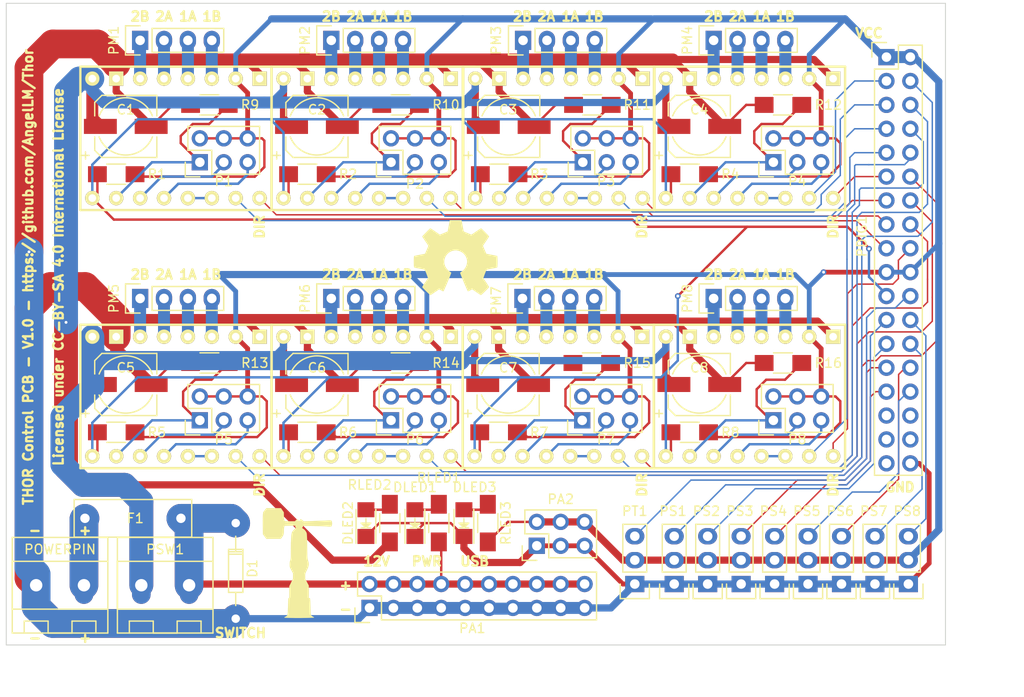
<source format=kicad_pcb>
(kicad_pcb (version 4) (host pcbnew 4.0.4+e1-6308~48~ubuntu15.10.1-stable)
  (layers (0 F.Cu signal hide) (31 B.Cu signal hide) (34 B.Paste user) (35 F.Paste user) (36 B.SilkS user) (37 F.SilkS user) (38 B.Mask user) (39 F.Mask user) (44 Edge.Cuts user))
  (net 0 "")
  (net 1 GND)
  (net 2 +12V)
  (net 3 VDD)
  (net 4 "Net-(DLED1-Pad2)")
  (net 5 "Net-(DLED2-Pad2)")
  (net 6 "Net-(DLED3-Pad2)")
  (net 7 VCC)
  (net 8 STEPM1)
  (net 9 STEPM2)
  (net 10 STEPM3)
  (net 11 STEPM4)
  (net 12 STEPM5)
  (net 13 STEPM6)
  (net 14 STEPM7)
  (net 15 STEPM8)
  (net 16 DIRM1)
  (net 17 DIRM2)
  (net 18 DIRM3)
  (net 19 DIRM4)
  (net 20 DIRM5)
  (net 21 DIRM6)
  (net 22 DIRM7)
  (net 23 DIRM8)
  (net 24 ENABLEM)
  (net 25 STOOL)
  (net 26 SOPTO1)
  (net 27 SOPTO2)
  (net 28 SOPTO3)
  (net 29 SOPTO4)
  (net 30 SOPTO5)
  (net 31 SOPTO6)
  (net 32 SOPTO7)
  (net 33 SOPTO8)
  (net 34 "Net-(PDIG1-Pad31)")
  (net 35 "Net-(PDIG1-Pad32)")
  (net 36 "Net-(PDIG1-Pad33)")
  (net 37 "Net-(PDIG1-Pad34)")
  (net 38 2BM1)
  (net 39 2AM1)
  (net 40 1AM1)
  (net 41 1BM1)
  (net 42 2BM2)
  (net 43 2AM2)
  (net 44 1AM2)
  (net 45 1BM2)
  (net 46 2BM3)
  (net 47 2AM3)
  (net 48 1AM3)
  (net 49 1BM3)
  (net 50 2BM4)
  (net 51 2AM4)
  (net 52 1AM4)
  (net 53 1BM4)
  (net 54 2BM5)
  (net 55 2AM5)
  (net 56 1AM5)
  (net 57 1BM5)
  (net 58 2BM6)
  (net 59 2AM6)
  (net 60 1AM6)
  (net 61 1BM6)
  (net 62 2BM7)
  (net 63 2AM7)
  (net 64 1AM7)
  (net 65 1BM7)
  (net 66 2BM8)
  (net 67 2AM8)
  (net 68 1AM8)
  (net 69 1BM8)
  (net 70 "Net-(U1-Pad13)")
  (net 71 "Net-(U2-Pad13)")
  (net 72 "Net-(U3-Pad13)")
  (net 73 "Net-(U4-Pad13)")
  (net 74 "Net-(U5-Pad13)")
  (net 75 "Net-(U6-Pad13)")
  (net 76 "Net-(U7-Pad13)")
  (net 77 "Net-(U8-Pad13)")
  (net 78 "Net-(P1-Pad1)")
  (net 79 "Net-(P1-Pad3)")
  (net 80 "Net-(P1-Pad5)")
  (net 81 "Net-(P2-Pad1)")
  (net 82 "Net-(P2-Pad3)")
  (net 83 "Net-(P2-Pad5)")
  (net 84 "Net-(P3-Pad1)")
  (net 85 "Net-(P3-Pad3)")
  (net 86 "Net-(P3-Pad5)")
  (net 87 "Net-(P4-Pad1)")
  (net 88 "Net-(P4-Pad3)")
  (net 89 "Net-(P4-Pad5)")
  (net 90 "Net-(P5-Pad1)")
  (net 91 "Net-(P5-Pad3)")
  (net 92 "Net-(P5-Pad5)")
  (net 93 "Net-(P6-Pad1)")
  (net 94 "Net-(P6-Pad3)")
  (net 95 "Net-(P6-Pad5)")
  (net 96 "Net-(P7-Pad1)")
  (net 97 "Net-(P7-Pad3)")
  (net 98 "Net-(P7-Pad5)")
  (net 99 "Net-(P8-Pad1)")
  (net 100 "Net-(P8-Pad3)")
  (net 101 "Net-(P8-Pad5)")
  (net 102 "Net-(PDIG1-Pad35)")
  (net 103 "Net-(F1-Pad2)")
  (net 104 "Net-(CON1-Pad1)")
  (module Symbols:OSHW-Symbol_8.9x8mm_SilkScreen (layer F.Cu) (at 139.192 99.06)
    (fp_text reference REF*** hide)
    (fp_text value OSHW-Symbol_8.9x8mm_SilkScreen hide)
  )
  (module Mounting_Holes:MountingHole_2.2mm_M2 (layer F.Cu) (at 102.997 97.917)
    (fp_text reference REF** hide)
    (fp_text value MountingHole_2.2mm_M2 hide)
    (pad 1 np_thru_hole circle (at 0 0) (size 2.2 2.2) (drill 2.2) (layers *.Cu *.Mask))
  )
  (module Mounting_Holes:MountingHole_2.2mm_M2 (layer F.Cu) (at 187.452 137.287)
    (fp_text reference REF** hide)
    (fp_text value MountingHole_2.2mm_M2 hide)
    (pad 1 np_thru_hole circle (at 0 0) (size 2.2 2.2) (drill 2.2) (layers *.Cu *.Mask))
  )
  (module Molex2:Conn2 (layer F.Cu) (at 99.695 133.858 180)
    (fp_text reference POWERPIN (at 2.54 3.81 180) (layer F.SilkS))
    (fp_text value CONN_01X02 hide)
    (pad 2 thru_hole oval (at 0 0 180) (size 1.9812 3.9624) (drill 1.3208) (layers *.Cu F.Paste F.Mask) (net 103 "Net-(F1-Pad2)"))
    (pad 1 thru_hole oval (at 5.08 0 180) (size 1.9812 3.9624) (drill 1.3208) (layers *.Cu F.Paste F.Mask) (net 1 GND))
  )
  (module Diodes_ThroughHole:Diode_DO-35_SOD27_Horizontal_RM10 (layer F.Cu) (at 115.824 127.254 270)
    (fp_text reference D1 (at 4.826 -1.778 270) (layer F.SilkS))
    (fp_text value D_Small hide)
    (pad 2 thru_hole circle (at 10.16052 -0.00254 90) (size 1.69926 1.69926) (drill 0.9) (layers *.Cu *.Mask) (net 1 GND))
    (pad 1 thru_hole rect (at 0.00052 -0.00254 90) (size 1.69926 1.69926) (drill 0.9) (layers *.Cu *.Mask) (net 3 VDD))
  )
  (module Fuse_TE5_Littlefuse-395Series (layer F.Cu) (at 104.902 126.746 180)
    (fp_text reference F1 (at -0.254 0 180) (layer F.SilkS))
    (fp_text value F_Small hide)
    (pad 1 thru_hole circle (at -5.1 0 180) (size 1.50114 1.50114) (drill 1.00076) (layers *.Cu *.Mask) (net 3 VDD))
    (pad 2 thru_hole circle (at 5.1 0 180) (size 1.50114 1.50114) (drill 1.00076) (layers *.Cu *.Mask) (net 104 "Net-(CON1-Pad1)"))
  )
  (module Pin_Headers:Pin_Header_Straight_2x18 (layer F.Cu) (at 184.992 77.724)
    (fp_text reference PDIG1 (at -2.62 19.05 90) (layer F.SilkS))
    (fp_text value CONN_02X18 hide)
    (pad 1 thru_hole rect (at 0 0) (size 1.7272 1.7272) (drill 1.016) (layers *.Cu *.Mask) (net 7 VCC))
    (pad 2 thru_hole oval (at 2.54 0) (size 1.7272 1.7272) (drill 1.016) (layers *.Cu *.Mask) (net 7 VCC))
    (pad 3 thru_hole oval (at 0 2.54) (size 1.7272 1.7272) (drill 1.016) (layers *.Cu *.Mask) (net 11 STEPM4))
    (pad 4 thru_hole oval (at 2.54 2.54) (size 1.7272 1.7272) (drill 1.016) (layers *.Cu *.Mask) (net 12 STEPM5))
    (pad 5 thru_hole oval (at 0 5.08) (size 1.7272 1.7272) (drill 1.016) (layers *.Cu *.Mask) (net 10 STEPM3))
    (pad 6 thru_hole oval (at 2.54 5.08) (size 1.7272 1.7272) (drill 1.016) (layers *.Cu *.Mask) (net 13 STEPM6))
    (pad 7 thru_hole oval (at 0 7.62) (size 1.7272 1.7272) (drill 1.016) (layers *.Cu *.Mask) (net 9 STEPM2))
    (pad 8 thru_hole oval (at 2.54 7.62) (size 1.7272 1.7272) (drill 1.016) (layers *.Cu *.Mask) (net 14 STEPM7))
    (pad 9 thru_hole oval (at 0 10.16) (size 1.7272 1.7272) (drill 1.016) (layers *.Cu *.Mask) (net 8 STEPM1))
    (pad 10 thru_hole oval (at 2.54 10.16) (size 1.7272 1.7272) (drill 1.016) (layers *.Cu *.Mask) (net 15 STEPM8))
    (pad 11 thru_hole oval (at 0 12.7) (size 1.7272 1.7272) (drill 1.016) (layers *.Cu *.Mask) (net 19 DIRM4))
    (pad 12 thru_hole oval (at 2.54 12.7) (size 1.7272 1.7272) (drill 1.016) (layers *.Cu *.Mask) (net 20 DIRM5))
    (pad 13 thru_hole oval (at 0 15.24) (size 1.7272 1.7272) (drill 1.016) (layers *.Cu *.Mask) (net 18 DIRM3))
    (pad 14 thru_hole oval (at 2.54 15.24) (size 1.7272 1.7272) (drill 1.016) (layers *.Cu *.Mask) (net 21 DIRM6))
    (pad 15 thru_hole oval (at 0 17.78) (size 1.7272 1.7272) (drill 1.016) (layers *.Cu *.Mask) (net 17 DIRM2))
    (pad 16 thru_hole oval (at 2.54 17.78) (size 1.7272 1.7272) (drill 1.016) (layers *.Cu *.Mask) (net 22 DIRM7))
    (pad 17 thru_hole oval (at 0 20.32) (size 1.7272 1.7272) (drill 1.016) (layers *.Cu *.Mask) (net 16 DIRM1))
    (pad 18 thru_hole oval (at 2.54 20.32) (size 1.7272 1.7272) (drill 1.016) (layers *.Cu *.Mask) (net 23 DIRM8))
    (pad 19 thru_hole oval (at 0 22.86) (size 1.7272 1.7272) (drill 1.016) (layers *.Cu *.Mask) (net 7 VCC))
    (pad 20 thru_hole oval (at 2.54 22.86) (size 1.7272 1.7272) (drill 1.016) (layers *.Cu *.Mask) (net 7 VCC))
    (pad 21 thru_hole oval (at 0 25.4) (size 1.7272 1.7272) (drill 1.016) (layers *.Cu *.Mask) (net 24 ENABLEM))
    (pad 22 thru_hole oval (at 2.54 25.4) (size 1.7272 1.7272) (drill 1.016) (layers *.Cu *.Mask) (net 25 STOOL))
    (pad 23 thru_hole oval (at 0 27.94) (size 1.7272 1.7272) (drill 1.016) (layers *.Cu *.Mask) (net 26 SOPTO1))
    (pad 24 thru_hole oval (at 2.54 27.94) (size 1.7272 1.7272) (drill 1.016) (layers *.Cu *.Mask) (net 33 SOPTO8))
    (pad 25 thru_hole oval (at 0 30.48) (size 1.7272 1.7272) (drill 1.016) (layers *.Cu *.Mask) (net 27 SOPTO2))
    (pad 26 thru_hole oval (at 2.54 30.48) (size 1.7272 1.7272) (drill 1.016) (layers *.Cu *.Mask) (net 32 SOPTO7))
    (pad 27 thru_hole oval (at 0 33.02) (size 1.7272 1.7272) (drill 1.016) (layers *.Cu *.Mask) (net 28 SOPTO3))
    (pad 28 thru_hole oval (at 2.54 33.02) (size 1.7272 1.7272) (drill 1.016) (layers *.Cu *.Mask) (net 31 SOPTO6))
    (pad 29 thru_hole oval (at 0 35.56) (size 1.7272 1.7272) (drill 1.016) (layers *.Cu *.Mask) (net 29 SOPTO4))
    (pad 30 thru_hole oval (at 2.54 35.56) (size 1.7272 1.7272) (drill 1.016) (layers *.Cu *.Mask) (net 30 SOPTO5))
    (pad 31 thru_hole oval (at 0 38.1) (size 1.7272 1.7272) (drill 1.016) (layers *.Cu *.Mask) (net 34 "Net-(PDIG1-Pad31)"))
    (pad 32 thru_hole oval (at 2.54 38.1) (size 1.7272 1.7272) (drill 1.016) (layers *.Cu *.Mask) (net 35 "Net-(PDIG1-Pad32)"))
    (pad 33 thru_hole oval (at 0 40.64) (size 1.7272 1.7272) (drill 1.016) (layers *.Cu *.Mask) (net 36 "Net-(PDIG1-Pad33)"))
    (pad 34 thru_hole oval (at 2.54 40.64) (size 1.7272 1.7272) (drill 1.016) (layers *.Cu *.Mask) (net 37 "Net-(PDIG1-Pad34)"))
    (pad 35 thru_hole oval (at 0 43.18) (size 1.7272 1.7272) (drill 1.016) (layers *.Cu *.Mask) (net 102 "Net-(PDIG1-Pad35)"))
    (pad 36 thru_hole oval (at 2.54 43.18) (size 1.7272 1.7272) (drill 1.016) (layers *.Cu *.Mask) (net 1 GND))
  )
  (module Pin_Headers:Pin_Header_Straight_2x03 (layer F.Cu) (at 152.654 116.332 90)
    (fp_text reference P7 (at -2.032 2.54 180) (layer F.SilkS))
    (fp_text value CONN_02X03)
    (pad 5 thru_hole rect (at 0 0 90) (size 1.7272 1.7272) (drill 1.016) (layers *.Cu *.Mask) (net 98 "Net-(P7-Pad5)"))
    (pad 2 thru_hole oval (at 2.54 0 90) (size 1.7272 1.7272) (drill 1.016) (layers *.Cu *.Mask) (net 7 VCC))
    (pad 3 thru_hole oval (at 0 2.54 90) (size 1.7272 1.7272) (drill 1.016) (layers *.Cu *.Mask) (net 97 "Net-(P7-Pad3)"))
    (pad 4 thru_hole oval (at 2.54 2.54 90) (size 1.7272 1.7272) (drill 1.016) (layers *.Cu *.Mask) (net 7 VCC))
    (pad 1 thru_hole oval (at 0 5.08 90) (size 1.7272 1.7272) (drill 1.016) (layers *.Cu *.Mask) (net 96 "Net-(P7-Pad1)"))
    (pad 6 thru_hole oval (at 2.54 5.08 90) (size 1.7272 1.7272) (drill 1.016) (layers *.Cu *.Mask) (net 7 VCC))
  )
  (module Pin_Headers:Pin_Header_Straight_2x03 (layer F.Cu) (at 112.014 116.332 90)
    (fp_text reference P5 (at -2.032 2.54 180) (layer F.SilkS))
    (fp_text value CONN_02X03 hide)
    (pad 5 thru_hole rect (at 0 0 90) (size 1.7272 1.7272) (drill 1.016) (layers *.Cu *.Mask) (net 92 "Net-(P5-Pad5)"))
    (pad 2 thru_hole oval (at 2.54 0 90) (size 1.7272 1.7272) (drill 1.016) (layers *.Cu *.Mask) (net 7 VCC))
    (pad 3 thru_hole oval (at 0 2.54 90) (size 1.7272 1.7272) (drill 1.016) (layers *.Cu *.Mask) (net 91 "Net-(P5-Pad3)"))
    (pad 4 thru_hole oval (at 2.54 2.54 90) (size 1.7272 1.7272) (drill 1.016) (layers *.Cu *.Mask) (net 7 VCC))
    (pad 1 thru_hole oval (at 0 5.08 90) (size 1.7272 1.7272) (drill 1.016) (layers *.Cu *.Mask) (net 90 "Net-(P5-Pad1)"))
    (pad 6 thru_hole oval (at 2.54 5.08 90) (size 1.7272 1.7272) (drill 1.016) (layers *.Cu *.Mask) (net 7 VCC))
  )
  (module Pin_Headers:Pin_Header_Straight_2x03 (layer F.Cu) (at 132.334 116.332 90)
    (fp_text reference P6 (at -2.032 2.54 180) (layer F.SilkS))
    (fp_text value CONN_02X03)
    (pad 5 thru_hole rect (at 0 0 90) (size 1.7272 1.7272) (drill 1.016) (layers *.Cu *.Mask) (net 95 "Net-(P6-Pad5)"))
    (pad 2 thru_hole oval (at 2.54 0 90) (size 1.7272 1.7272) (drill 1.016) (layers *.Cu *.Mask) (net 7 VCC))
    (pad 3 thru_hole oval (at 0 2.54 90) (size 1.7272 1.7272) (drill 1.016) (layers *.Cu *.Mask) (net 94 "Net-(P6-Pad3)"))
    (pad 4 thru_hole oval (at 2.54 2.54 90) (size 1.7272 1.7272) (drill 1.016) (layers *.Cu *.Mask) (net 7 VCC))
    (pad 1 thru_hole oval (at 0 5.08 90) (size 1.7272 1.7272) (drill 1.016) (layers *.Cu *.Mask) (net 93 "Net-(P6-Pad1)"))
    (pad 6 thru_hole oval (at 2.54 5.08 90) (size 1.7272 1.7272) (drill 1.016) (layers *.Cu *.Mask) (net 7 VCC))
  )
  (module Pin_Headers:Pin_Header_Straight_2x03 (layer F.Cu) (at 172.974 116.332 90)
    (fp_text reference P8 (at -2.032 2.54 180) (layer F.SilkS))
    (fp_text value CONN_02X03)
    (pad 5 thru_hole rect (at 0 0 90) (size 1.7272 1.7272) (drill 1.016) (layers *.Cu *.Mask) (net 101 "Net-(P8-Pad5)"))
    (pad 2 thru_hole oval (at 2.54 0 90) (size 1.7272 1.7272) (drill 1.016) (layers *.Cu *.Mask) (net 7 VCC))
    (pad 3 thru_hole oval (at 0 2.54 90) (size 1.7272 1.7272) (drill 1.016) (layers *.Cu *.Mask) (net 100 "Net-(P8-Pad3)"))
    (pad 4 thru_hole oval (at 2.54 2.54 90) (size 1.7272 1.7272) (drill 1.016) (layers *.Cu *.Mask) (net 7 VCC))
    (pad 1 thru_hole oval (at 0 5.08 90) (size 1.7272 1.7272) (drill 1.016) (layers *.Cu *.Mask) (net 99 "Net-(P8-Pad1)"))
    (pad 6 thru_hole oval (at 2.54 5.08 90) (size 1.7272 1.7272) (drill 1.016) (layers *.Cu *.Mask) (net 7 VCC))
  )
  (module Pin_Headers:Pin_Header_Straight_2x03 (layer F.Cu) (at 172.974 88.9 90)
    (fp_text reference P4 (at -2.032 2.54 180) (layer F.SilkS))
    (fp_text value CONN_02X03)
    (pad 5 thru_hole rect (at 0 0 90) (size 1.7272 1.7272) (drill 1.016) (layers *.Cu *.Mask) (net 89 "Net-(P4-Pad5)"))
    (pad 2 thru_hole oval (at 2.54 0 90) (size 1.7272 1.7272) (drill 1.016) (layers *.Cu *.Mask) (net 7 VCC))
    (pad 3 thru_hole oval (at 0 2.54 90) (size 1.7272 1.7272) (drill 1.016) (layers *.Cu *.Mask) (net 88 "Net-(P4-Pad3)"))
    (pad 4 thru_hole oval (at 2.54 2.54 90) (size 1.7272 1.7272) (drill 1.016) (layers *.Cu *.Mask) (net 7 VCC))
    (pad 1 thru_hole oval (at 0 5.08 90) (size 1.7272 1.7272) (drill 1.016) (layers *.Cu *.Mask) (net 87 "Net-(P4-Pad1)"))
    (pad 6 thru_hole oval (at 2.54 5.08 90) (size 1.7272 1.7272) (drill 1.016) (layers *.Cu *.Mask) (net 7 VCC))
  )
  (module Pin_Headers:Pin_Header_Straight_2x03 (layer F.Cu) (at 152.7175 88.9 90)
    (fp_text reference P3 (at -2.032 2.4765 180) (layer F.SilkS))
    (fp_text value CONN_02X03)
    (pad 5 thru_hole rect (at 0 0 90) (size 1.7272 1.7272) (drill 1.016) (layers *.Cu *.Mask) (net 86 "Net-(P3-Pad5)"))
    (pad 2 thru_hole oval (at 2.54 0 90) (size 1.7272 1.7272) (drill 1.016) (layers *.Cu *.Mask) (net 7 VCC))
    (pad 3 thru_hole oval (at 0 2.54 90) (size 1.7272 1.7272) (drill 1.016) (layers *.Cu *.Mask) (net 85 "Net-(P3-Pad3)"))
    (pad 4 thru_hole oval (at 2.54 2.54 90) (size 1.7272 1.7272) (drill 1.016) (layers *.Cu *.Mask) (net 7 VCC))
    (pad 1 thru_hole oval (at 0 5.08 90) (size 1.7272 1.7272) (drill 1.016) (layers *.Cu *.Mask) (net 84 "Net-(P3-Pad1)"))
    (pad 6 thru_hole oval (at 2.54 5.08 90) (size 1.7272 1.7272) (drill 1.016) (layers *.Cu *.Mask) (net 7 VCC))
  )
  (module Pin_Headers:Pin_Header_Straight_2x03 (layer F.Cu) (at 132.334 88.9 90)
    (fp_text reference P2 (at -2.286 2.54 180) (layer F.SilkS))
    (fp_text value CONN_02X03)
    (pad 5 thru_hole rect (at 0 0 90) (size 1.7272 1.7272) (drill 1.016) (layers *.Cu *.Mask) (net 83 "Net-(P2-Pad5)"))
    (pad 2 thru_hole oval (at 2.54 0 90) (size 1.7272 1.7272) (drill 1.016) (layers *.Cu *.Mask) (net 7 VCC))
    (pad 3 thru_hole oval (at 0 2.54 90) (size 1.7272 1.7272) (drill 1.016) (layers *.Cu *.Mask) (net 82 "Net-(P2-Pad3)"))
    (pad 4 thru_hole oval (at 2.54 2.54 90) (size 1.7272 1.7272) (drill 1.016) (layers *.Cu *.Mask) (net 7 VCC))
    (pad 1 thru_hole oval (at 0 5.08 90) (size 1.7272 1.7272) (drill 1.016) (layers *.Cu *.Mask) (net 81 "Net-(P2-Pad1)"))
    (pad 6 thru_hole oval (at 2.54 5.08 90) (size 1.7272 1.7272) (drill 1.016) (layers *.Cu *.Mask) (net 7 VCC))
  )
  (module Pin_Headers:Pin_Header_Straight_2x03 (layer F.Cu) (at 112.014 88.9 90)
    (fp_text reference P1 (at -2.032 2.54 180) (layer F.SilkS))
    (fp_text value CONN_02X03)
    (pad 5 thru_hole rect (at 0 0 90) (size 1.7272 1.7272) (drill 1.016) (layers *.Cu *.Mask) (net 80 "Net-(P1-Pad5)"))
    (pad 2 thru_hole oval (at 2.54 0 90) (size 1.7272 1.7272) (drill 1.016) (layers *.Cu *.Mask) (net 7 VCC))
    (pad 3 thru_hole oval (at 0 2.54 90) (size 1.7272 1.7272) (drill 1.016) (layers *.Cu *.Mask) (net 79 "Net-(P1-Pad3)"))
    (pad 4 thru_hole oval (at 2.54 2.54 90) (size 1.7272 1.7272) (drill 1.016) (layers *.Cu *.Mask) (net 7 VCC))
    (pad 1 thru_hole oval (at 0 5.08 90) (size 1.7272 1.7272) (drill 1.016) (layers *.Cu *.Mask) (net 78 "Net-(P1-Pad1)"))
    (pad 6 thru_hole oval (at 2.54 5.08 90) (size 1.7272 1.7272) (drill 1.016) (layers *.Cu *.Mask) (net 7 VCC))
  )
  (module Pololu:SWDIP8_.6W (layer F.Cu) (at 109.474 86.36 180)
    (fp_text reference U1 hide)
    (fp_text value POLOLU_A4988 hide)
    (pad 1 thru_hole rect (at -8.89 6.35 180) (size 1.524 1.524) (drill 0.8128) (layers *.Cu *.Mask F.SilkS) (net 1 GND))
    (pad 2 thru_hole circle (at -6.35 6.35 180) (size 1.524 1.524) (drill 0.8128) (layers *.Cu *.Mask F.SilkS) (net 7 VCC))
    (pad 3 thru_hole circle (at -3.81 6.35 180) (size 1.524 1.524) (drill 0.8128) (layers *.Cu *.Mask F.SilkS) (net 41 1BM1))
    (pad 4 thru_hole circle (at -1.27 6.35 180) (size 1.524 1.524) (drill 0.8128) (layers *.Cu *.Mask F.SilkS) (net 40 1AM1))
    (pad 5 thru_hole circle (at 1.27 6.35 180) (size 1.524 1.524) (drill 0.8128) (layers *.Cu *.Mask F.SilkS) (net 39 2AM1))
    (pad 6 thru_hole circle (at 3.81 6.35 180) (size 1.524 1.524) (drill 0.8128) (layers *.Cu *.Mask F.SilkS) (net 38 2BM1))
    (pad 7 thru_hole rect (at 6.35 6.35 180) (size 1.524 1.524) (drill 0.8128) (layers *.Cu *.Mask F.SilkS) (net 1 GND))
    (pad 8 thru_hole circle (at 8.89 6.35 180) (size 1.524 1.524) (drill 0.8128) (layers *.Cu *.Mask F.SilkS) (net 2 +12V))
    (pad 9 thru_hole circle (at 8.89 -6.35 180) (size 1.524 1.524) (drill 0.8128) (layers *.Cu *.Mask F.SilkS) (net 24 ENABLEM))
    (pad 10 thru_hole circle (at 6.35 -6.35 180) (size 1.524 1.524) (drill 0.8128) (layers *.Cu *.Mask F.SilkS) (net 80 "Net-(P1-Pad5)"))
    (pad 11 thru_hole circle (at 3.81 -6.35 180) (size 1.524 1.524) (drill 0.8128) (layers *.Cu *.Mask F.SilkS) (net 79 "Net-(P1-Pad3)"))
    (pad 12 thru_hole circle (at 1.27 -6.35 180) (size 1.524 1.524) (drill 0.8128) (layers *.Cu *.Mask F.SilkS) (net 78 "Net-(P1-Pad1)"))
    (pad 13 thru_hole circle (at -1.27 -6.35 180) (size 1.524 1.524) (drill 0.8128) (layers *.Cu *.Mask F.SilkS) (net 70 "Net-(U1-Pad13)"))
    (pad 14 thru_hole circle (at -3.81 -6.35 180) (size 1.524 1.524) (drill 0.8128) (layers *.Cu *.Mask F.SilkS) (net 70 "Net-(U1-Pad13)"))
    (pad 15 thru_hole circle (at -6.35 -6.35 180) (size 1.524 1.524) (drill 0.8128) (layers *.Cu *.Mask F.SilkS) (net 8 STEPM1))
    (pad 16 thru_hole circle (at -8.89 -6.35 180) (size 1.524 1.524) (drill 0.8128) (layers *.Cu *.Mask F.SilkS) (net 16 DIRM1))
  )
  (module Pin_Headers:Pin_Header_Straight_2x10 (layer F.Cu) (at 130.048 136.271 90)
    (fp_text reference PA1 (at -2.159 10.922 180) (layer F.SilkS))
    (fp_text value AUX12V hide)
    (pad 1 thru_hole rect (at 0 0 90) (size 1.7272 1.7272) (drill 1.016) (layers *.Cu *.Mask) (net 1 GND))
    (pad 2 thru_hole oval (at 2.54 0 90) (size 1.7272 1.7272) (drill 1.016) (layers *.Cu *.Mask) (net 3 VDD))
    (pad 3 thru_hole oval (at 0 2.54 90) (size 1.7272 1.7272) (drill 1.016) (layers *.Cu *.Mask) (net 1 GND))
    (pad 4 thru_hole oval (at 2.54 2.54 90) (size 1.7272 1.7272) (drill 1.016) (layers *.Cu *.Mask) (net 3 VDD))
    (pad 5 thru_hole oval (at 0 5.08 90) (size 1.7272 1.7272) (drill 1.016) (layers *.Cu *.Mask) (net 1 GND))
    (pad 6 thru_hole oval (at 2.54 5.08 90) (size 1.7272 1.7272) (drill 1.016) (layers *.Cu *.Mask) (net 3 VDD))
    (pad 7 thru_hole oval (at 0 7.62 90) (size 1.7272 1.7272) (drill 1.016) (layers *.Cu *.Mask) (net 1 GND))
    (pad 8 thru_hole oval (at 2.54 7.62 90) (size 1.7272 1.7272) (drill 1.016) (layers *.Cu *.Mask) (net 3 VDD))
    (pad 9 thru_hole oval (at 0 10.16 90) (size 1.7272 1.7272) (drill 1.016) (layers *.Cu *.Mask) (net 1 GND))
    (pad 10 thru_hole oval (at 2.54 10.16 90) (size 1.7272 1.7272) (drill 1.016) (layers *.Cu *.Mask) (net 3 VDD))
    (pad 11 thru_hole oval (at 0 12.7 90) (size 1.7272 1.7272) (drill 1.016) (layers *.Cu *.Mask) (net 1 GND))
    (pad 12 thru_hole oval (at 2.54 12.7 90) (size 1.7272 1.7272) (drill 1.016) (layers *.Cu *.Mask) (net 3 VDD))
    (pad 13 thru_hole oval (at 0 15.24 90) (size 1.7272 1.7272) (drill 1.016) (layers *.Cu *.Mask) (net 1 GND))
    (pad 14 thru_hole oval (at 2.54 15.24 90) (size 1.7272 1.7272) (drill 1.016) (layers *.Cu *.Mask) (net 3 VDD))
    (pad 15 thru_hole oval (at 0 17.78 90) (size 1.7272 1.7272) (drill 1.016) (layers *.Cu *.Mask) (net 1 GND))
    (pad 16 thru_hole oval (at 2.54 17.78 90) (size 1.7272 1.7272) (drill 1.016) (layers *.Cu *.Mask) (net 3 VDD))
    (pad 17 thru_hole oval (at 0 20.32 90) (size 1.7272 1.7272) (drill 1.016) (layers *.Cu *.Mask) (net 1 GND))
    (pad 18 thru_hole oval (at 2.54 20.32 90) (size 1.7272 1.7272) (drill 1.016) (layers *.Cu *.Mask) (net 3 VDD))
    (pad 19 thru_hole oval (at 0 22.86 90) (size 1.7272 1.7272) (drill 1.016) (layers *.Cu *.Mask) (net 1 GND))
    (pad 20 thru_hole oval (at 2.54 22.86 90) (size 1.7272 1.7272) (drill 1.016) (layers *.Cu *.Mask) (net 3 VDD))
  )
  (module Pin_Headers:Pin_Header_Straight_2x03 (layer F.Cu) (at 147.828 129.667 90)
    (fp_text reference PA2 (at 4.953 2.54 180) (layer F.SilkS))
    (fp_text value AUX5V hide)
    (pad 1 thru_hole rect (at 0 0 90) (size 1.7272 1.7272) (drill 1.016) (layers *.Cu *.Mask) (net 1 GND))
    (pad 2 thru_hole oval (at 2.54 0 90) (size 1.7272 1.7272) (drill 1.016) (layers *.Cu *.Mask) (net 7 VCC))
    (pad 3 thru_hole oval (at 0 2.54 90) (size 1.7272 1.7272) (drill 1.016) (layers *.Cu *.Mask) (net 1 GND))
    (pad 4 thru_hole oval (at 2.54 2.54 90) (size 1.7272 1.7272) (drill 1.016) (layers *.Cu *.Mask) (net 7 VCC))
    (pad 5 thru_hole oval (at 0 5.08 90) (size 1.7272 1.7272) (drill 1.016) (layers *.Cu *.Mask) (net 1 GND))
    (pad 6 thru_hole oval (at 2.54 5.08 90) (size 1.7272 1.7272) (drill 1.016) (layers *.Cu *.Mask) (net 7 VCC))
  )
  (module Pin_Headers:Pin_Header_Straight_1x04 (layer F.Cu) (at 105.664 75.946 90)
    (fp_text reference PM1 (at 0 -2.794 90) (layer F.SilkS))
    (fp_text value CONN_01X04 hide)
    (pad 1 thru_hole rect (at 0 0 90) (size 2.032 1.7272) (drill 1.016) (layers *.Cu *.Mask) (net 38 2BM1))
    (pad 2 thru_hole oval (at 0 2.54 90) (size 2.032 1.7272) (drill 1.016) (layers *.Cu *.Mask) (net 39 2AM1))
    (pad 3 thru_hole oval (at 0 5.08 90) (size 2.032 1.7272) (drill 1.016) (layers *.Cu *.Mask) (net 40 1AM1))
    (pad 4 thru_hole oval (at 0 7.62 90) (size 2.032 1.7272) (drill 1.016) (layers *.Cu *.Mask) (net 41 1BM1))
  )
  (module Pin_Headers:Pin_Header_Straight_1x04 (layer F.Cu) (at 125.984 75.946 90)
    (fp_text reference PM2 (at 0 -2.794 90) (layer F.SilkS))
    (fp_text value CONN_01X04 hide)
    (pad 1 thru_hole rect (at 0 0 90) (size 2.032 1.7272) (drill 1.016) (layers *.Cu *.Mask) (net 42 2BM2))
    (pad 2 thru_hole oval (at 0 2.54 90) (size 2.032 1.7272) (drill 1.016) (layers *.Cu *.Mask) (net 43 2AM2))
    (pad 3 thru_hole oval (at 0 5.08 90) (size 2.032 1.7272) (drill 1.016) (layers *.Cu *.Mask) (net 44 1AM2))
    (pad 4 thru_hole oval (at 0 7.62 90) (size 2.032 1.7272) (drill 1.016) (layers *.Cu *.Mask) (net 45 1BM2))
  )
  (module Pin_Headers:Pin_Header_Straight_1x04 (layer F.Cu) (at 146.3675 75.946 90)
    (fp_text reference PM3 (at 0 -2.8575 90) (layer F.SilkS))
    (fp_text value CONN_01X04 hide)
    (pad 1 thru_hole rect (at 0 0 90) (size 2.032 1.7272) (drill 1.016) (layers *.Cu *.Mask) (net 46 2BM3))
    (pad 2 thru_hole oval (at 0 2.54 90) (size 2.032 1.7272) (drill 1.016) (layers *.Cu *.Mask) (net 47 2AM3))
    (pad 3 thru_hole oval (at 0 5.08 90) (size 2.032 1.7272) (drill 1.016) (layers *.Cu *.Mask) (net 48 1AM3))
    (pad 4 thru_hole oval (at 0 7.62 90) (size 2.032 1.7272) (drill 1.016) (layers *.Cu *.Mask) (net 49 1BM3))
  )
  (module Pin_Headers:Pin_Header_Straight_1x04 (layer F.Cu) (at 166.624 75.946 90)
    (fp_text reference PM4 (at 0 -2.794 90) (layer F.SilkS))
    (fp_text value CONN_01X04 hide)
    (pad 1 thru_hole rect (at 0 0 90) (size 2.032 1.7272) (drill 1.016) (layers *.Cu *.Mask) (net 50 2BM4))
    (pad 2 thru_hole oval (at 0 2.54 90) (size 2.032 1.7272) (drill 1.016) (layers *.Cu *.Mask) (net 51 2AM4))
    (pad 3 thru_hole oval (at 0 5.08 90) (size 2.032 1.7272) (drill 1.016) (layers *.Cu *.Mask) (net 52 1AM4))
    (pad 4 thru_hole oval (at 0 7.62 90) (size 2.032 1.7272) (drill 1.016) (layers *.Cu *.Mask) (net 53 1BM4))
  )
  (module Pin_Headers:Pin_Header_Straight_1x04 (layer F.Cu) (at 105.664 103.378 90)
    (fp_text reference PM5 (at 0 -2.794 90) (layer F.SilkS))
    (fp_text value CONN_01X04 hide)
    (pad 1 thru_hole rect (at 0 0 90) (size 2.032 1.7272) (drill 1.016) (layers *.Cu *.Mask) (net 54 2BM5))
    (pad 2 thru_hole oval (at 0 2.54 90) (size 2.032 1.7272) (drill 1.016) (layers *.Cu *.Mask) (net 55 2AM5))
    (pad 3 thru_hole oval (at 0 5.08 90) (size 2.032 1.7272) (drill 1.016) (layers *.Cu *.Mask) (net 56 1AM5))
    (pad 4 thru_hole oval (at 0 7.62 90) (size 2.032 1.7272) (drill 1.016) (layers *.Cu *.Mask) (net 57 1BM5))
  )
  (module Pin_Headers:Pin_Header_Straight_1x04 (layer F.Cu) (at 125.984 103.378 90)
    (fp_text reference PM6 (at 0 -2.794 90) (layer F.SilkS))
    (fp_text value CONN_01X04 hide)
    (pad 1 thru_hole rect (at 0 0 90) (size 2.032 1.7272) (drill 1.016) (layers *.Cu *.Mask) (net 58 2BM6))
    (pad 2 thru_hole oval (at 0 2.54 90) (size 2.032 1.7272) (drill 1.016) (layers *.Cu *.Mask) (net 59 2AM6))
    (pad 3 thru_hole oval (at 0 5.08 90) (size 2.032 1.7272) (drill 1.016) (layers *.Cu *.Mask) (net 60 1AM6))
    (pad 4 thru_hole oval (at 0 7.62 90) (size 2.032 1.7272) (drill 1.016) (layers *.Cu *.Mask) (net 61 1BM6))
  )
  (module Pin_Headers:Pin_Header_Straight_1x04 (layer F.Cu) (at 146.304 103.378 90)
    (fp_text reference PM7 (at -0.254 -2.794 90) (layer F.SilkS))
    (fp_text value CONN_01X04 hide)
    (pad 1 thru_hole rect (at 0 0 90) (size 2.032 1.7272) (drill 1.016) (layers *.Cu *.Mask) (net 62 2BM7))
    (pad 2 thru_hole oval (at 0 2.54 90) (size 2.032 1.7272) (drill 1.016) (layers *.Cu *.Mask) (net 63 2AM7))
    (pad 3 thru_hole oval (at 0 5.08 90) (size 2.032 1.7272) (drill 1.016) (layers *.Cu *.Mask) (net 64 1AM7))
    (pad 4 thru_hole oval (at 0 7.62 90) (size 2.032 1.7272) (drill 1.016) (layers *.Cu *.Mask) (net 65 1BM7))
  )
  (module Pin_Headers:Pin_Header_Straight_1x04 (layer F.Cu) (at 166.624 103.378 90)
    (fp_text reference PM8 (at 0 -2.794 90) (layer F.SilkS))
    (fp_text value CONN_01X04 hide)
    (pad 1 thru_hole rect (at 0 0 90) (size 2.032 1.7272) (drill 1.016) (layers *.Cu *.Mask) (net 66 2BM8))
    (pad 2 thru_hole oval (at 0 2.54 90) (size 2.032 1.7272) (drill 1.016) (layers *.Cu *.Mask) (net 67 2AM8))
    (pad 3 thru_hole oval (at 0 5.08 90) (size 2.032 1.7272) (drill 1.016) (layers *.Cu *.Mask) (net 68 1AM8))
    (pad 4 thru_hole oval (at 0 7.62 90) (size 2.032 1.7272) (drill 1.016) (layers *.Cu *.Mask) (net 69 1BM8))
  )
  (module Pin_Headers:Pin_Header_Straight_1x03 (layer F.Cu) (at 162.433 133.731 180)
    (fp_text reference PS1 (at 0.127 7.747 180) (layer F.SilkS))
    (fp_text value Opto1 hide)
    (pad 1 thru_hole rect (at 0 0 180) (size 2.032 1.7272) (drill 1.016) (layers *.Cu *.Mask) (net 1 GND))
    (pad 2 thru_hole oval (at 0 2.54 180) (size 2.032 1.7272) (drill 1.016) (layers *.Cu *.Mask) (net 7 VCC))
    (pad 3 thru_hole oval (at 0 5.08 180) (size 2.032 1.7272) (drill 1.016) (layers *.Cu *.Mask) (net 26 SOPTO1))
  )
  (module Pin_Headers:Pin_Header_Straight_1x03 (layer F.Cu) (at 165.989 133.731 180)
    (fp_text reference PS2 (at 0.127 7.747 180) (layer F.SilkS))
    (fp_text value Opto2 hide)
    (pad 1 thru_hole rect (at 0 0 180) (size 2.032 1.7272) (drill 1.016) (layers *.Cu *.Mask) (net 1 GND))
    (pad 2 thru_hole oval (at 0 2.54 180) (size 2.032 1.7272) (drill 1.016) (layers *.Cu *.Mask) (net 7 VCC))
    (pad 3 thru_hole oval (at 0 5.08 180) (size 2.032 1.7272) (drill 1.016) (layers *.Cu *.Mask) (net 27 SOPTO2))
  )
  (module Pin_Headers:Pin_Header_Straight_1x03 (layer F.Cu) (at 169.545 133.731 180)
    (fp_text reference PS3 (at 0.127 7.747 180) (layer F.SilkS))
    (fp_text value Opto3 hide)
    (pad 1 thru_hole rect (at 0 0 180) (size 2.032 1.7272) (drill 1.016) (layers *.Cu *.Mask) (net 1 GND))
    (pad 2 thru_hole oval (at 0 2.54 180) (size 2.032 1.7272) (drill 1.016) (layers *.Cu *.Mask) (net 7 VCC))
    (pad 3 thru_hole oval (at 0 5.08 180) (size 2.032 1.7272) (drill 1.016) (layers *.Cu *.Mask) (net 28 SOPTO3))
  )
  (module Pin_Headers:Pin_Header_Straight_1x03 (layer F.Cu) (at 173.101 133.731 180)
    (fp_text reference PS4 (at 0.127 7.747 180) (layer F.SilkS))
    (fp_text value Opto4 hide)
    (pad 1 thru_hole rect (at 0 0 180) (size 2.032 1.7272) (drill 1.016) (layers *.Cu *.Mask) (net 1 GND))
    (pad 2 thru_hole oval (at 0 2.54 180) (size 2.032 1.7272) (drill 1.016) (layers *.Cu *.Mask) (net 7 VCC))
    (pad 3 thru_hole oval (at 0 5.08 180) (size 2.032 1.7272) (drill 1.016) (layers *.Cu *.Mask) (net 29 SOPTO4))
  )
  (module Pin_Headers:Pin_Header_Straight_1x03 (layer F.Cu) (at 176.657 133.731 180)
    (fp_text reference PS5 (at 0.127 7.747 180) (layer F.SilkS))
    (fp_text value Opto5 hide)
    (pad 1 thru_hole rect (at 0 0 180) (size 2.032 1.7272) (drill 1.016) (layers *.Cu *.Mask) (net 1 GND))
    (pad 2 thru_hole oval (at 0 2.54 180) (size 2.032 1.7272) (drill 1.016) (layers *.Cu *.Mask) (net 7 VCC))
    (pad 3 thru_hole oval (at 0 5.08 180) (size 2.032 1.7272) (drill 1.016) (layers *.Cu *.Mask) (net 30 SOPTO5))
  )
  (module Pin_Headers:Pin_Header_Straight_1x03 (layer F.Cu) (at 180.213 133.731 180)
    (fp_text reference PS6 (at 0.127 7.747 180) (layer F.SilkS))
    (fp_text value Opto6 hide)
    (pad 1 thru_hole rect (at 0 0 180) (size 2.032 1.7272) (drill 1.016) (layers *.Cu *.Mask) (net 1 GND))
    (pad 2 thru_hole oval (at 0 2.54 180) (size 2.032 1.7272) (drill 1.016) (layers *.Cu *.Mask) (net 7 VCC))
    (pad 3 thru_hole oval (at 0 5.08 180) (size 2.032 1.7272) (drill 1.016) (layers *.Cu *.Mask) (net 31 SOPTO6))
  )
  (module Pin_Headers:Pin_Header_Straight_1x03 (layer F.Cu) (at 183.769 133.731 180)
    (fp_text reference PS7 (at 0.127 7.747 180) (layer F.SilkS))
    (fp_text value Opto7 hide)
    (pad 1 thru_hole rect (at 0 0 180) (size 2.032 1.7272) (drill 1.016) (layers *.Cu *.Mask) (net 1 GND))
    (pad 2 thru_hole oval (at 0 2.54 180) (size 2.032 1.7272) (drill 1.016) (layers *.Cu *.Mask) (net 7 VCC))
    (pad 3 thru_hole oval (at 0 5.08 180) (size 2.032 1.7272) (drill 1.016) (layers *.Cu *.Mask) (net 32 SOPTO7))
  )
  (module Pin_Headers:Pin_Header_Straight_1x03 (layer F.Cu) (at 187.325 133.731 180)
    (fp_text reference PS8 (at 0.127 7.747 180) (layer F.SilkS))
    (fp_text value Opto8 hide)
    (pad 1 thru_hole rect (at 0 0 180) (size 2.032 1.7272) (drill 1.016) (layers *.Cu *.Mask) (net 1 GND))
    (pad 2 thru_hole oval (at 0 2.54 180) (size 2.032 1.7272) (drill 1.016) (layers *.Cu *.Mask) (net 7 VCC))
    (pad 3 thru_hole oval (at 0 5.08 180) (size 2.032 1.7272) (drill 1.016) (layers *.Cu *.Mask) (net 33 SOPTO8))
  )
  (module Pin_Headers:Pin_Header_Straight_1x03 (layer F.Cu) (at 158.242 133.731 180)
    (fp_text reference PT1 (at 0 7.747 180) (layer F.SilkS))
    (fp_text value Tool hide)
    (pad 1 thru_hole rect (at 0 0 180) (size 2.032 1.7272) (drill 1.016) (layers *.Cu *.Mask) (net 1 GND))
    (pad 2 thru_hole oval (at 0 2.54 180) (size 2.032 1.7272) (drill 1.016) (layers *.Cu *.Mask) (net 7 VCC))
    (pad 3 thru_hole oval (at 0 5.08 180) (size 2.032 1.7272) (drill 1.016) (layers *.Cu *.Mask) (net 25 STOOL))
  )
  (module Pololu:SWDIP8_.6W (layer F.Cu) (at 129.794 86.36 180)
    (fp_text reference U2 hide)
    (fp_text value POLOLU_A4988 hide)
    (pad 1 thru_hole rect (at -8.89 6.35 180) (size 1.524 1.524) (drill 0.8128) (layers *.Cu *.Mask F.SilkS) (net 1 GND))
    (pad 2 thru_hole circle (at -6.35 6.35 180) (size 1.524 1.524) (drill 0.8128) (layers *.Cu *.Mask F.SilkS) (net 7 VCC))
    (pad 3 thru_hole circle (at -3.81 6.35 180) (size 1.524 1.524) (drill 0.8128) (layers *.Cu *.Mask F.SilkS) (net 45 1BM2))
    (pad 4 thru_hole circle (at -1.27 6.35 180) (size 1.524 1.524) (drill 0.8128) (layers *.Cu *.Mask F.SilkS) (net 44 1AM2))
    (pad 5 thru_hole circle (at 1.27 6.35 180) (size 1.524 1.524) (drill 0.8128) (layers *.Cu *.Mask F.SilkS) (net 43 2AM2))
    (pad 6 thru_hole circle (at 3.81 6.35 180) (size 1.524 1.524) (drill 0.8128) (layers *.Cu *.Mask F.SilkS) (net 42 2BM2))
    (pad 7 thru_hole rect (at 6.35 6.35 180) (size 1.524 1.524) (drill 0.8128) (layers *.Cu *.Mask F.SilkS) (net 1 GND))
    (pad 8 thru_hole circle (at 8.89 6.35 180) (size 1.524 1.524) (drill 0.8128) (layers *.Cu *.Mask F.SilkS) (net 2 +12V))
    (pad 9 thru_hole circle (at 8.89 -6.35 180) (size 1.524 1.524) (drill 0.8128) (layers *.Cu *.Mask F.SilkS) (net 24 ENABLEM))
    (pad 10 thru_hole circle (at 6.35 -6.35 180) (size 1.524 1.524) (drill 0.8128) (layers *.Cu *.Mask F.SilkS) (net 83 "Net-(P2-Pad5)"))
    (pad 11 thru_hole circle (at 3.81 -6.35 180) (size 1.524 1.524) (drill 0.8128) (layers *.Cu *.Mask F.SilkS) (net 82 "Net-(P2-Pad3)"))
    (pad 12 thru_hole circle (at 1.27 -6.35 180) (size 1.524 1.524) (drill 0.8128) (layers *.Cu *.Mask F.SilkS) (net 81 "Net-(P2-Pad1)"))
    (pad 13 thru_hole circle (at -1.27 -6.35 180) (size 1.524 1.524) (drill 0.8128) (layers *.Cu *.Mask F.SilkS) (net 71 "Net-(U2-Pad13)"))
    (pad 14 thru_hole circle (at -3.81 -6.35 180) (size 1.524 1.524) (drill 0.8128) (layers *.Cu *.Mask F.SilkS) (net 71 "Net-(U2-Pad13)"))
    (pad 15 thru_hole circle (at -6.35 -6.35 180) (size 1.524 1.524) (drill 0.8128) (layers *.Cu *.Mask F.SilkS) (net 9 STEPM2))
    (pad 16 thru_hole circle (at -8.89 -6.35 180) (size 1.524 1.524) (drill 0.8128) (layers *.Cu *.Mask F.SilkS) (net 17 DIRM2))
  )
  (module Pololu:SWDIP8_.6W (layer F.Cu) (at 150.1775 86.36 180)
    (fp_text reference U3 hide)
    (fp_text value POLOLU_A4988 hide)
    (pad 1 thru_hole rect (at -8.89 6.35 180) (size 1.524 1.524) (drill 0.8128) (layers *.Cu *.Mask F.SilkS) (net 1 GND))
    (pad 2 thru_hole circle (at -6.35 6.35 180) (size 1.524 1.524) (drill 0.8128) (layers *.Cu *.Mask F.SilkS) (net 7 VCC))
    (pad 3 thru_hole circle (at -3.81 6.35 180) (size 1.524 1.524) (drill 0.8128) (layers *.Cu *.Mask F.SilkS) (net 49 1BM3))
    (pad 4 thru_hole circle (at -1.27 6.35 180) (size 1.524 1.524) (drill 0.8128) (layers *.Cu *.Mask F.SilkS) (net 48 1AM3))
    (pad 5 thru_hole circle (at 1.27 6.35 180) (size 1.524 1.524) (drill 0.8128) (layers *.Cu *.Mask F.SilkS) (net 47 2AM3))
    (pad 6 thru_hole circle (at 3.81 6.35 180) (size 1.524 1.524) (drill 0.8128) (layers *.Cu *.Mask F.SilkS) (net 46 2BM3))
    (pad 7 thru_hole rect (at 6.35 6.35 180) (size 1.524 1.524) (drill 0.8128) (layers *.Cu *.Mask F.SilkS) (net 1 GND))
    (pad 8 thru_hole circle (at 8.89 6.35 180) (size 1.524 1.524) (drill 0.8128) (layers *.Cu *.Mask F.SilkS) (net 2 +12V))
    (pad 9 thru_hole circle (at 8.89 -6.35 180) (size 1.524 1.524) (drill 0.8128) (layers *.Cu *.Mask F.SilkS) (net 24 ENABLEM))
    (pad 10 thru_hole circle (at 6.35 -6.35 180) (size 1.524 1.524) (drill 0.8128) (layers *.Cu *.Mask F.SilkS) (net 86 "Net-(P3-Pad5)"))
    (pad 11 thru_hole circle (at 3.81 -6.35 180) (size 1.524 1.524) (drill 0.8128) (layers *.Cu *.Mask F.SilkS) (net 85 "Net-(P3-Pad3)"))
    (pad 12 thru_hole circle (at 1.27 -6.35 180) (size 1.524 1.524) (drill 0.8128) (layers *.Cu *.Mask F.SilkS) (net 84 "Net-(P3-Pad1)"))
    (pad 13 thru_hole circle (at -1.27 -6.35 180) (size 1.524 1.524) (drill 0.8128) (layers *.Cu *.Mask F.SilkS) (net 72 "Net-(U3-Pad13)"))
    (pad 14 thru_hole circle (at -3.81 -6.35 180) (size 1.524 1.524) (drill 0.8128) (layers *.Cu *.Mask F.SilkS) (net 72 "Net-(U3-Pad13)"))
    (pad 15 thru_hole circle (at -6.35 -6.35 180) (size 1.524 1.524) (drill 0.8128) (layers *.Cu *.Mask F.SilkS) (net 10 STEPM3))
    (pad 16 thru_hole circle (at -8.89 -6.35 180) (size 1.524 1.524) (drill 0.8128) (layers *.Cu *.Mask F.SilkS) (net 18 DIRM3))
  )
  (module Pololu:SWDIP8_.6W (layer F.Cu) (at 170.434 86.36 180)
    (fp_text reference U4 hide)
    (fp_text value POLOLU_A4988 hide)
    (pad 1 thru_hole rect (at -8.89 6.35 180) (size 1.524 1.524) (drill 0.8128) (layers *.Cu *.Mask F.SilkS) (net 1 GND))
    (pad 2 thru_hole circle (at -6.35 6.35 180) (size 1.524 1.524) (drill 0.8128) (layers *.Cu *.Mask F.SilkS) (net 7 VCC))
    (pad 3 thru_hole circle (at -3.81 6.35 180) (size 1.524 1.524) (drill 0.8128) (layers *.Cu *.Mask F.SilkS) (net 53 1BM4))
    (pad 4 thru_hole circle (at -1.27 6.35 180) (size 1.524 1.524) (drill 0.8128) (layers *.Cu *.Mask F.SilkS) (net 52 1AM4))
    (pad 5 thru_hole circle (at 1.27 6.35 180) (size 1.524 1.524) (drill 0.8128) (layers *.Cu *.Mask F.SilkS) (net 51 2AM4))
    (pad 6 thru_hole circle (at 3.81 6.35 180) (size 1.524 1.524) (drill 0.8128) (layers *.Cu *.Mask F.SilkS) (net 50 2BM4))
    (pad 7 thru_hole rect (at 6.35 6.35 180) (size 1.524 1.524) (drill 0.8128) (layers *.Cu *.Mask F.SilkS) (net 1 GND))
    (pad 8 thru_hole circle (at 8.89 6.35 180) (size 1.524 1.524) (drill 0.8128) (layers *.Cu *.Mask F.SilkS) (net 2 +12V))
    (pad 9 thru_hole circle (at 8.89 -6.35 180) (size 1.524 1.524) (drill 0.8128) (layers *.Cu *.Mask F.SilkS) (net 24 ENABLEM))
    (pad 10 thru_hole circle (at 6.35 -6.35 180) (size 1.524 1.524) (drill 0.8128) (layers *.Cu *.Mask F.SilkS) (net 89 "Net-(P4-Pad5)"))
    (pad 11 thru_hole circle (at 3.81 -6.35 180) (size 1.524 1.524) (drill 0.8128) (layers *.Cu *.Mask F.SilkS) (net 88 "Net-(P4-Pad3)"))
    (pad 12 thru_hole circle (at 1.27 -6.35 180) (size 1.524 1.524) (drill 0.8128) (layers *.Cu *.Mask F.SilkS) (net 87 "Net-(P4-Pad1)"))
    (pad 13 thru_hole circle (at -1.27 -6.35 180) (size 1.524 1.524) (drill 0.8128) (layers *.Cu *.Mask F.SilkS) (net 73 "Net-(U4-Pad13)"))
    (pad 14 thru_hole circle (at -3.81 -6.35 180) (size 1.524 1.524) (drill 0.8128) (layers *.Cu *.Mask F.SilkS) (net 73 "Net-(U4-Pad13)"))
    (pad 15 thru_hole circle (at -6.35 -6.35 180) (size 1.524 1.524) (drill 0.8128) (layers *.Cu *.Mask F.SilkS) (net 11 STEPM4))
    (pad 16 thru_hole circle (at -8.89 -6.35 180) (size 1.524 1.524) (drill 0.8128) (layers *.Cu *.Mask F.SilkS) (net 19 DIRM4))
  )
  (module Pololu:SWDIP8_.6W (layer F.Cu) (at 109.474 113.792 180)
    (fp_text reference U5 hide)
    (fp_text value POLOLU_A4988 hide)
    (pad 1 thru_hole rect (at -8.89 6.35 180) (size 1.524 1.524) (drill 0.8128) (layers *.Cu *.Mask F.SilkS) (net 1 GND))
    (pad 2 thru_hole circle (at -6.35 6.35 180) (size 1.524 1.524) (drill 0.8128) (layers *.Cu *.Mask F.SilkS) (net 7 VCC))
    (pad 3 thru_hole circle (at -3.81 6.35 180) (size 1.524 1.524) (drill 0.8128) (layers *.Cu *.Mask F.SilkS) (net 57 1BM5))
    (pad 4 thru_hole circle (at -1.27 6.35 180) (size 1.524 1.524) (drill 0.8128) (layers *.Cu *.Mask F.SilkS) (net 56 1AM5))
    (pad 5 thru_hole circle (at 1.27 6.35 180) (size 1.524 1.524) (drill 0.8128) (layers *.Cu *.Mask F.SilkS) (net 55 2AM5))
    (pad 6 thru_hole circle (at 3.81 6.35 180) (size 1.524 1.524) (drill 0.8128) (layers *.Cu *.Mask F.SilkS) (net 54 2BM5))
    (pad 7 thru_hole rect (at 6.35 6.35 180) (size 1.524 1.524) (drill 0.8128) (layers *.Cu *.Mask F.SilkS) (net 1 GND))
    (pad 8 thru_hole circle (at 8.89 6.35 180) (size 1.524 1.524) (drill 0.8128) (layers *.Cu *.Mask F.SilkS) (net 2 +12V))
    (pad 9 thru_hole circle (at 8.89 -6.35 180) (size 1.524 1.524) (drill 0.8128) (layers *.Cu *.Mask F.SilkS) (net 24 ENABLEM))
    (pad 10 thru_hole circle (at 6.35 -6.35 180) (size 1.524 1.524) (drill 0.8128) (layers *.Cu *.Mask F.SilkS) (net 92 "Net-(P5-Pad5)"))
    (pad 11 thru_hole circle (at 3.81 -6.35 180) (size 1.524 1.524) (drill 0.8128) (layers *.Cu *.Mask F.SilkS) (net 91 "Net-(P5-Pad3)"))
    (pad 12 thru_hole circle (at 1.27 -6.35 180) (size 1.524 1.524) (drill 0.8128) (layers *.Cu *.Mask F.SilkS) (net 90 "Net-(P5-Pad1)"))
    (pad 13 thru_hole circle (at -1.27 -6.35 180) (size 1.524 1.524) (drill 0.8128) (layers *.Cu *.Mask F.SilkS) (net 74 "Net-(U5-Pad13)"))
    (pad 14 thru_hole circle (at -3.81 -6.35 180) (size 1.524 1.524) (drill 0.8128) (layers *.Cu *.Mask F.SilkS) (net 74 "Net-(U5-Pad13)"))
    (pad 15 thru_hole circle (at -6.35 -6.35 180) (size 1.524 1.524) (drill 0.8128) (layers *.Cu *.Mask F.SilkS) (net 12 STEPM5))
    (pad 16 thru_hole circle (at -8.89 -6.35 180) (size 1.524 1.524) (drill 0.8128) (layers *.Cu *.Mask F.SilkS) (net 20 DIRM5))
  )
  (module Pololu:SWDIP8_.6W (layer F.Cu) (at 129.794 113.792 180)
    (fp_text reference U6 hide)
    (fp_text value POLOLU_A4988 hide)
    (pad 1 thru_hole rect (at -8.89 6.35 180) (size 1.524 1.524) (drill 0.8128) (layers *.Cu *.Mask F.SilkS) (net 1 GND))
    (pad 2 thru_hole circle (at -6.35 6.35 180) (size 1.524 1.524) (drill 0.8128) (layers *.Cu *.Mask F.SilkS) (net 7 VCC))
    (pad 3 thru_hole circle (at -3.81 6.35 180) (size 1.524 1.524) (drill 0.8128) (layers *.Cu *.Mask F.SilkS) (net 61 1BM6))
    (pad 4 thru_hole circle (at -1.27 6.35 180) (size 1.524 1.524) (drill 0.8128) (layers *.Cu *.Mask F.SilkS) (net 60 1AM6))
    (pad 5 thru_hole circle (at 1.27 6.35 180) (size 1.524 1.524) (drill 0.8128) (layers *.Cu *.Mask F.SilkS) (net 59 2AM6))
    (pad 6 thru_hole circle (at 3.81 6.35 180) (size 1.524 1.524) (drill 0.8128) (layers *.Cu *.Mask F.SilkS) (net 58 2BM6))
    (pad 7 thru_hole rect (at 6.35 6.35 180) (size 1.524 1.524) (drill 0.8128) (layers *.Cu *.Mask F.SilkS) (net 1 GND))
    (pad 8 thru_hole circle (at 8.89 6.35 180) (size 1.524 1.524) (drill 0.8128) (layers *.Cu *.Mask F.SilkS) (net 2 +12V))
    (pad 9 thru_hole circle (at 8.89 -6.35 180) (size 1.524 1.524) (drill 0.8128) (layers *.Cu *.Mask F.SilkS) (net 24 ENABLEM))
    (pad 10 thru_hole circle (at 6.35 -6.35 180) (size 1.524 1.524) (drill 0.8128) (layers *.Cu *.Mask F.SilkS) (net 95 "Net-(P6-Pad5)"))
    (pad 11 thru_hole circle (at 3.81 -6.35 180) (size 1.524 1.524) (drill 0.8128) (layers *.Cu *.Mask F.SilkS) (net 94 "Net-(P6-Pad3)"))
    (pad 12 thru_hole circle (at 1.27 -6.35 180) (size 1.524 1.524) (drill 0.8128) (layers *.Cu *.Mask F.SilkS) (net 93 "Net-(P6-Pad1)"))
    (pad 13 thru_hole circle (at -1.27 -6.35 180) (size 1.524 1.524) (drill 0.8128) (layers *.Cu *.Mask F.SilkS) (net 75 "Net-(U6-Pad13)"))
    (pad 14 thru_hole circle (at -3.81 -6.35 180) (size 1.524 1.524) (drill 0.8128) (layers *.Cu *.Mask F.SilkS) (net 75 "Net-(U6-Pad13)"))
    (pad 15 thru_hole circle (at -6.35 -6.35 180) (size 1.524 1.524) (drill 0.8128) (layers *.Cu *.Mask F.SilkS) (net 13 STEPM6))
    (pad 16 thru_hole circle (at -8.89 -6.35 180) (size 1.524 1.524) (drill 0.8128) (layers *.Cu *.Mask F.SilkS) (net 21 DIRM6))
  )
  (module Pololu:SWDIP8_.6W (layer F.Cu) (at 150.114 113.792 180)
    (fp_text reference U7 hide)
    (fp_text value POLOLU_A4988 hide)
    (pad 1 thru_hole rect (at -8.89 6.35 180) (size 1.524 1.524) (drill 0.8128) (layers *.Cu *.Mask F.SilkS) (net 1 GND))
    (pad 2 thru_hole circle (at -6.35 6.35 180) (size 1.524 1.524) (drill 0.8128) (layers *.Cu *.Mask F.SilkS) (net 7 VCC))
    (pad 3 thru_hole circle (at -3.81 6.35 180) (size 1.524 1.524) (drill 0.8128) (layers *.Cu *.Mask F.SilkS) (net 65 1BM7))
    (pad 4 thru_hole circle (at -1.27 6.35 180) (size 1.524 1.524) (drill 0.8128) (layers *.Cu *.Mask F.SilkS) (net 64 1AM7))
    (pad 5 thru_hole circle (at 1.27 6.35 180) (size 1.524 1.524) (drill 0.8128) (layers *.Cu *.Mask F.SilkS) (net 63 2AM7))
    (pad 6 thru_hole circle (at 3.81 6.35 180) (size 1.524 1.524) (drill 0.8128) (layers *.Cu *.Mask F.SilkS) (net 62 2BM7))
    (pad 7 thru_hole rect (at 6.35 6.35 180) (size 1.524 1.524) (drill 0.8128) (layers *.Cu *.Mask F.SilkS) (net 1 GND))
    (pad 8 thru_hole circle (at 8.89 6.35 180) (size 1.524 1.524) (drill 0.8128) (layers *.Cu *.Mask F.SilkS) (net 2 +12V))
    (pad 9 thru_hole circle (at 8.89 -6.35 180) (size 1.524 1.524) (drill 0.8128) (layers *.Cu *.Mask F.SilkS) (net 24 ENABLEM))
    (pad 10 thru_hole circle (at 6.35 -6.35 180) (size 1.524 1.524) (drill 0.8128) (layers *.Cu *.Mask F.SilkS) (net 98 "Net-(P7-Pad5)"))
    (pad 11 thru_hole circle (at 3.81 -6.35 180) (size 1.524 1.524) (drill 0.8128) (layers *.Cu *.Mask F.SilkS) (net 97 "Net-(P7-Pad3)"))
    (pad 12 thru_hole circle (at 1.27 -6.35 180) (size 1.524 1.524) (drill 0.8128) (layers *.Cu *.Mask F.SilkS) (net 96 "Net-(P7-Pad1)"))
    (pad 13 thru_hole circle (at -1.27 -6.35 180) (size 1.524 1.524) (drill 0.8128) (layers *.Cu *.Mask F.SilkS) (net 76 "Net-(U7-Pad13)"))
    (pad 14 thru_hole circle (at -3.81 -6.35 180) (size 1.524 1.524) (drill 0.8128) (layers *.Cu *.Mask F.SilkS) (net 76 "Net-(U7-Pad13)"))
    (pad 15 thru_hole circle (at -6.35 -6.35 180) (size 1.524 1.524) (drill 0.8128) (layers *.Cu *.Mask F.SilkS) (net 14 STEPM7))
    (pad 16 thru_hole circle (at -8.89 -6.35 180) (size 1.524 1.524) (drill 0.8128) (layers *.Cu *.Mask F.SilkS) (net 22 DIRM7))
  )
  (module Pololu:SWDIP8_.6W (layer F.Cu) (at 170.434 113.792 180)
    (fp_text reference U8 hide)
    (fp_text value POLOLU_A4988 hide)
    (pad 1 thru_hole rect (at -8.89 6.35 180) (size 1.524 1.524) (drill 0.8128) (layers *.Cu *.Mask F.SilkS) (net 1 GND))
    (pad 2 thru_hole circle (at -6.35 6.35 180) (size 1.524 1.524) (drill 0.8128) (layers *.Cu *.Mask F.SilkS) (net 7 VCC))
    (pad 3 thru_hole circle (at -3.81 6.35 180) (size 1.524 1.524) (drill 0.8128) (layers *.Cu *.Mask F.SilkS) (net 69 1BM8))
    (pad 4 thru_hole circle (at -1.27 6.35 180) (size 1.524 1.524) (drill 0.8128) (layers *.Cu *.Mask F.SilkS) (net 68 1AM8))
    (pad 5 thru_hole circle (at 1.27 6.35 180) (size 1.524 1.524) (drill 0.8128) (layers *.Cu *.Mask F.SilkS) (net 67 2AM8))
    (pad 6 thru_hole circle (at 3.81 6.35 180) (size 1.524 1.524) (drill 0.8128) (layers *.Cu *.Mask F.SilkS) (net 66 2BM8))
    (pad 7 thru_hole rect (at 6.35 6.35 180) (size 1.524 1.524) (drill 0.8128) (layers *.Cu *.Mask F.SilkS) (net 1 GND))
    (pad 8 thru_hole circle (at 8.89 6.35 180) (size 1.524 1.524) (drill 0.8128) (layers *.Cu *.Mask F.SilkS) (net 2 +12V))
    (pad 9 thru_hole circle (at 8.89 -6.35 180) (size 1.524 1.524) (drill 0.8128) (layers *.Cu *.Mask F.SilkS) (net 24 ENABLEM))
    (pad 10 thru_hole circle (at 6.35 -6.35 180) (size 1.524 1.524) (drill 0.8128) (layers *.Cu *.Mask F.SilkS) (net 101 "Net-(P8-Pad5)"))
    (pad 11 thru_hole circle (at 3.81 -6.35 180) (size 1.524 1.524) (drill 0.8128) (layers *.Cu *.Mask F.SilkS) (net 100 "Net-(P8-Pad3)"))
    (pad 12 thru_hole circle (at 1.27 -6.35 180) (size 1.524 1.524) (drill 0.8128) (layers *.Cu *.Mask F.SilkS) (net 99 "Net-(P8-Pad1)"))
    (pad 13 thru_hole circle (at -1.27 -6.35 180) (size 1.524 1.524) (drill 0.8128) (layers *.Cu *.Mask F.SilkS) (net 77 "Net-(U8-Pad13)"))
    (pad 14 thru_hole circle (at -3.81 -6.35 180) (size 1.524 1.524) (drill 0.8128) (layers *.Cu *.Mask F.SilkS) (net 77 "Net-(U8-Pad13)"))
    (pad 15 thru_hole circle (at -6.35 -6.35 180) (size 1.524 1.524) (drill 0.8128) (layers *.Cu *.Mask F.SilkS) (net 15 STEPM8))
    (pad 16 thru_hole circle (at -8.89 -6.35 180) (size 1.524 1.524) (drill 0.8128) (layers *.Cu *.Mask F.SilkS) (net 23 DIRM8))
  )
  (module Resistors_SMD:R_1206_HandSoldering (layer F.Cu) (at 142.621 127.254 270)
    (fp_text reference RLED3 (at 0 -1.905 270) (layer F.SilkS))
    (fp_text value 220 hide)
    (pad 1 smd rect (at -2 0 270) (size 2 1.7) (layers F.Cu F.Paste F.Mask) (net 6 "Net-(DLED3-Pad2)"))
    (pad 2 smd rect (at 2 0 270) (size 2 1.7) (layers F.Cu F.Paste F.Mask) (net 7 VCC))
  )
  (module Resistors_SMD:R_1206_HandSoldering (layer F.Cu) (at 132.207 127.254 270)
    (fp_text reference RLED2 (at -4.064 2.159 360) (layer F.SilkS))
    (fp_text value 560 hide)
    (pad 1 smd rect (at -2 0 270) (size 2 1.7) (layers F.Cu F.Paste F.Mask) (net 5 "Net-(DLED2-Pad2)"))
    (pad 2 smd rect (at 2 0 270) (size 2 1.7) (layers F.Cu F.Paste F.Mask) (net 2 +12V))
  )
  (module Resistors_SMD:R_1206_HandSoldering (layer F.Cu) (at 137.414 127.254 270)
    (fp_text reference RLED1 (at -4.826 0 360) (layer F.SilkS))
    (fp_text value 560 hide)
    (pad 1 smd rect (at -2 0 270) (size 2 1.7) (layers F.Cu F.Paste F.Mask) (net 4 "Net-(DLED1-Pad2)"))
    (pad 2 smd rect (at 2 0 270) (size 2 1.7) (layers F.Cu F.Paste F.Mask) (net 3 VDD))
  )
  (module Resistors_SMD:R_1206_HandSoldering (layer F.Cu) (at 164.084 117.602)
    (fp_text reference R8 (at 4.318 0) (layer F.SilkS))
    (fp_text value R)
    (pad 1 smd rect (at -2 0) (size 2 1.7) (layers F.Cu F.Paste F.Mask) (net 24 ENABLEM))
    (pad 2 smd rect (at 2 0) (size 2 1.7) (layers F.Cu F.Paste F.Mask) (net 7 VCC))
  )
  (module Resistors_SMD:R_1206_HandSoldering (layer F.Cu) (at 143.764 117.602)
    (fp_text reference R7 (at 4.318 0) (layer F.SilkS))
    (fp_text value R)
    (pad 1 smd rect (at -2 0) (size 2 1.7) (layers F.Cu F.Paste F.Mask) (net 24 ENABLEM))
    (pad 2 smd rect (at 2 0) (size 2 1.7) (layers F.Cu F.Paste F.Mask) (net 7 VCC))
  )
  (module Resistors_SMD:R_1206_HandSoldering (layer F.Cu) (at 123.444 117.602)
    (fp_text reference R6 (at 4.318 0) (layer F.SilkS))
    (fp_text value R)
    (pad 1 smd rect (at -2 0) (size 2 1.7) (layers F.Cu F.Paste F.Mask) (net 24 ENABLEM))
    (pad 2 smd rect (at 2 0) (size 2 1.7) (layers F.Cu F.Paste F.Mask) (net 7 VCC))
  )
  (module Resistors_SMD:R_1206_HandSoldering (layer F.Cu) (at 103.124 117.602)
    (fp_text reference R5 (at 4.318 0) (layer F.SilkS))
    (fp_text value R hide)
    (pad 1 smd rect (at -2 0) (size 2 1.7) (layers F.Cu F.Paste F.Mask) (net 24 ENABLEM))
    (pad 2 smd rect (at 2 0) (size 2 1.7) (layers F.Cu F.Paste F.Mask) (net 7 VCC))
  )
  (module Resistors_SMD:R_1206_HandSoldering (layer F.Cu) (at 164.084 90.17)
    (fp_text reference R4 (at 4.318 0) (layer F.SilkS))
    (fp_text value R)
    (pad 1 smd rect (at -2 0) (size 2 1.7) (layers F.Cu F.Paste F.Mask) (net 24 ENABLEM))
    (pad 2 smd rect (at 2 0) (size 2 1.7) (layers F.Cu F.Paste F.Mask) (net 7 VCC))
  )
  (module Resistors_SMD:R_1206_HandSoldering (layer F.Cu) (at 143.8275 90.17)
    (fp_text reference R3 (at 4.2545 0) (layer F.SilkS))
    (fp_text value R)
    (pad 1 smd rect (at -2 0) (size 2 1.7) (layers F.Cu F.Paste F.Mask) (net 24 ENABLEM))
    (pad 2 smd rect (at 2 0) (size 2 1.7) (layers F.Cu F.Paste F.Mask) (net 7 VCC))
  )
  (module Resistors_SMD:R_1206_HandSoldering (layer F.Cu) (at 123.444 90.17)
    (fp_text reference R2 (at 4.318 0) (layer F.SilkS))
    (fp_text value R)
    (pad 1 smd rect (at -2 0) (size 2 1.7) (layers F.Cu F.Paste F.Mask) (net 24 ENABLEM))
    (pad 2 smd rect (at 2 0) (size 2 1.7) (layers F.Cu F.Paste F.Mask) (net 7 VCC))
  )
  (module Resistors_SMD:R_1206_HandSoldering (layer F.Cu) (at 103.124 90.17)
    (fp_text reference R1 (at 4.318 0) (layer F.SilkS))
    (fp_text value R)
    (pad 1 smd rect (at -2 0) (size 2 1.7) (layers F.Cu F.Paste F.Mask) (net 24 ENABLEM))
    (pad 2 smd rect (at 2 0) (size 2 1.7) (layers F.Cu F.Paste F.Mask) (net 7 VCC))
  )
  (module LEDs:LED_1206 (layer F.Cu) (at 140.081 127.254 90)
    (fp_text reference DLED3 (at 3.81 1.143 180) (layer F.SilkS))
    (fp_text value LED5V hide)
    (pad 2 smd rect (at 1.41986 0 270) (size 1.59766 1.80086) (layers F.Cu F.Paste F.Mask) (net 6 "Net-(DLED3-Pad2)"))
    (pad 1 smd rect (at -1.41986 0 270) (size 1.59766 1.80086) (layers F.Cu F.Paste F.Mask) (net 1 GND))
  )
  (module LEDs:LED_1206 (layer F.Cu) (at 129.667 127.254 90)
    (fp_text reference DLED2 (at 0 -1.905 90) (layer F.SilkS))
    (fp_text value LED12V hide)
    (pad 2 smd rect (at 1.41986 0 270) (size 1.59766 1.80086) (layers F.Cu F.Paste F.Mask) (net 5 "Net-(DLED2-Pad2)"))
    (pad 1 smd rect (at -1.41986 0 270) (size 1.59766 1.80086) (layers F.Cu F.Paste F.Mask) (net 1 GND))
  )
  (module LEDs:LED_1206 (layer F.Cu) (at 134.874 127.254 90)
    (fp_text reference DLED1 (at 3.81 0 360) (layer F.SilkS))
    (fp_text value LEDFAN hide)
    (pad 2 smd rect (at 1.41986 0 270) (size 1.59766 1.80086) (layers F.Cu F.Paste F.Mask) (net 4 "Net-(DLED1-Pad2)"))
    (pad 1 smd rect (at -1.41986 0 270) (size 1.59766 1.80086) (layers F.Cu F.Paste F.Mask) (net 1 GND))
  )
  (module Capacitors_SMD:c_elec_6.3x5.7 (layer F.Cu) (at 165.1 112.522)
    (fp_text reference C8 (at 0 -1.778) (layer F.SilkS))
    (fp_text value CP1_Small)
    (fp_text user + (at -4.2799 3.0099) (layer F.SilkS))
    (pad 1 smd rect (at -2.7 0 180) (size 3.5 1.6) (layers F.Cu F.Paste F.Mask) (net 2 +12V))
    (pad 2 smd rect (at 2.7 0 180) (size 3.5 1.6) (layers F.Cu F.Paste F.Mask) (net 1 GND))
  )
  (module Capacitors_SMD:c_elec_6.3x5.7 (layer F.Cu) (at 144.78 112.522)
    (fp_text reference C7 (at 0 -1.778) (layer F.SilkS))
    (fp_text value CP1_Small)
    (fp_text user + (at -4.2799 3.0099) (layer F.SilkS))
    (pad 1 smd rect (at -2.7 0 180) (size 3.5 1.6) (layers F.Cu F.Paste F.Mask) (net 2 +12V))
    (pad 2 smd rect (at 2.7 0 180) (size 3.5 1.6) (layers F.Cu F.Paste F.Mask) (net 1 GND))
  )
  (module Capacitors_SMD:c_elec_6.3x5.7 (layer F.Cu) (at 124.46 112.522)
    (fp_text reference C6 (at 0 -1.778) (layer F.SilkS))
    (fp_text value CP1_Small)
    (fp_text user + (at -4.2799 3.0099) (layer F.SilkS))
    (pad 1 smd rect (at -2.7 0 180) (size 3.5 1.6) (layers F.Cu F.Paste F.Mask) (net 2 +12V))
    (pad 2 smd rect (at 2.7 0 180) (size 3.5 1.6) (layers F.Cu F.Paste F.Mask) (net 1 GND))
  )
  (module Capacitors_SMD:c_elec_6.3x5.7 (layer F.Cu) (at 104.14 112.522)
    (fp_text reference C5 (at 0 -1.778) (layer F.SilkS))
    (fp_text value CP1_Small hide)
    (fp_text user + (at -4.2799 3.0099) (layer F.SilkS))
    (pad 1 smd rect (at -2.7 0 180) (size 3.5 1.6) (layers F.Cu F.Paste F.Mask) (net 2 +12V))
    (pad 2 smd rect (at 2.7 0 180) (size 3.5 1.6) (layers F.Cu F.Paste F.Mask) (net 1 GND))
  )
  (module Capacitors_SMD:c_elec_6.3x5.7 (layer F.Cu) (at 165.1 85.09)
    (fp_text reference C4 (at 0 -1.778) (layer F.SilkS))
    (fp_text value CP1_Small)
    (fp_text user + (at -4.2799 3.0099) (layer F.SilkS))
    (pad 1 smd rect (at -2.7 0 180) (size 3.5 1.6) (layers F.Cu F.Paste F.Mask) (net 2 +12V))
    (pad 2 smd rect (at 2.7 0 180) (size 3.5 1.6) (layers F.Cu F.Paste F.Mask) (net 1 GND))
  )
  (module Capacitors_SMD:c_elec_6.3x5.7 (layer F.Cu) (at 144.8435 85.09)
    (fp_text reference C3 (at -0.0635 -1.778) (layer F.SilkS))
    (fp_text value CP1_Small)
    (fp_text user + (at -4.2799 3.0099) (layer F.SilkS))
    (pad 1 smd rect (at -2.7 0 180) (size 3.5 1.6) (layers F.Cu F.Paste F.Mask) (net 2 +12V))
    (pad 2 smd rect (at 2.7 0 180) (size 3.5 1.6) (layers F.Cu F.Paste F.Mask) (net 1 GND))
  )
  (module Capacitors_SMD:c_elec_6.3x5.7 (layer F.Cu) (at 124.46 85.09)
    (fp_text reference C2 (at 0 -1.778) (layer F.SilkS))
    (fp_text value CP1_Small)
    (fp_text user + (at -4.2799 3.0099) (layer F.SilkS))
    (pad 1 smd rect (at -2.7 0 180) (size 3.5 1.6) (layers F.Cu F.Paste F.Mask) (net 2 +12V))
    (pad 2 smd rect (at 2.7 0 180) (size 3.5 1.6) (layers F.Cu F.Paste F.Mask) (net 1 GND))
  )
  (module Capacitors_SMD:c_elec_6.3x5.7 (layer F.Cu) (at 104.14 85.09)
    (fp_text reference C1 (at 0 -1.778) (layer F.SilkS))
    (fp_text value CP1_Small)
    (fp_text user + (at -4.2799 3.0099) (layer F.SilkS))
    (pad 1 smd rect (at -2.7 0 180) (size 3.5 1.6) (layers F.Cu F.Paste F.Mask) (net 2 +12V))
    (pad 2 smd rect (at 2.7 0 180) (size 3.5 1.6) (layers F.Cu F.Paste F.Mask) (net 1 GND))
  )
  (module Resistors_SMD:R_1206_HandSoldering (layer F.Cu) (at 113.03 82.804 180)
    (fp_text reference R9 (at -4.318 0 180) (layer F.SilkS))
    (fp_text value R)
    (pad 1 smd rect (at -2 0 180) (size 2 1.7) (layers F.Cu F.Paste F.Mask) (net 80 "Net-(P1-Pad5)"))
    (pad 2 smd rect (at 2 0 180) (size 2 1.7) (layers F.Cu F.Paste F.Mask) (net 1 GND))
  )
  (module Resistors_SMD:R_1206_HandSoldering (layer F.Cu) (at 133.35 82.804 180)
    (fp_text reference R10 (at -4.826 0 180) (layer F.SilkS))
    (fp_text value R)
    (pad 1 smd rect (at -2 0 180) (size 2 1.7) (layers F.Cu F.Paste F.Mask) (net 83 "Net-(P2-Pad5)"))
    (pad 2 smd rect (at 2 0 180) (size 2 1.7) (layers F.Cu F.Paste F.Mask) (net 1 GND))
  )
  (module Resistors_SMD:R_1206_HandSoldering (layer F.Cu) (at 153.7335 82.804 180)
    (fp_text reference R11 (at -4.7625 0 180) (layer F.SilkS))
    (fp_text value R)
    (pad 1 smd rect (at -2 0 180) (size 2 1.7) (layers F.Cu F.Paste F.Mask) (net 86 "Net-(P3-Pad5)"))
    (pad 2 smd rect (at 2 0 180) (size 2 1.7) (layers F.Cu F.Paste F.Mask) (net 1 GND))
  )
  (module Resistors_SMD:R_1206_HandSoldering (layer F.Cu) (at 173.99 82.804 180)
    (fp_text reference R12 (at -4.826 0 180) (layer F.SilkS))
    (fp_text value R)
    (pad 1 smd rect (at -2 0 180) (size 2 1.7) (layers F.Cu F.Paste F.Mask) (net 89 "Net-(P4-Pad5)"))
    (pad 2 smd rect (at 2 0 180) (size 2 1.7) (layers F.Cu F.Paste F.Mask) (net 1 GND))
  )
  (module Resistors_SMD:R_1206_HandSoldering (layer F.Cu) (at 113.03 110.236 180)
    (fp_text reference R13 (at -4.826 0 180) (layer F.SilkS))
    (fp_text value R hide)
    (pad 1 smd rect (at -2 0 180) (size 2 1.7) (layers F.Cu F.Paste F.Mask) (net 92 "Net-(P5-Pad5)"))
    (pad 2 smd rect (at 2 0 180) (size 2 1.7) (layers F.Cu F.Paste F.Mask) (net 1 GND))
  )
  (module Resistors_SMD:R_1206_HandSoldering (layer F.Cu) (at 133.35 110.236 180)
    (fp_text reference R14 (at -4.826 0 180) (layer F.SilkS))
    (fp_text value R)
    (pad 1 smd rect (at -2 0 180) (size 2 1.7) (layers F.Cu F.Paste F.Mask) (net 95 "Net-(P6-Pad5)"))
    (pad 2 smd rect (at 2 0 180) (size 2 1.7) (layers F.Cu F.Paste F.Mask) (net 1 GND))
  )
  (module Resistors_SMD:R_1206_HandSoldering (layer F.Cu) (at 153.67 110.236 180)
    (fp_text reference R15 (at -4.826 0 180) (layer F.SilkS))
    (fp_text value R)
    (pad 1 smd rect (at -2 0 180) (size 2 1.7) (layers F.Cu F.Paste F.Mask) (net 98 "Net-(P7-Pad5)"))
    (pad 2 smd rect (at 2 0 180) (size 2 1.7) (layers F.Cu F.Paste F.Mask) (net 1 GND))
  )
  (module Resistors_SMD:R_1206_HandSoldering (layer F.Cu) (at 173.99 110.236 180)
    (fp_text reference R16 (at -4.826 0 180) (layer F.SilkS))
    (fp_text value R)
    (pad 1 smd rect (at -2 0 180) (size 2 1.7) (layers F.Cu F.Paste F.Mask) (net 101 "Net-(P8-Pad5)"))
    (pad 2 smd rect (at 2 0 180) (size 2 1.7) (layers F.Cu F.Paste F.Mask) (net 1 GND))
  )
  (module Molex2:Conn2 (layer F.Cu) (at 110.871 133.858 180)
    (fp_text reference PSW1 (at 2.54 3.81 180) (layer F.SilkS))
    (fp_text value CONN_01X02 hide)
    (pad 1 thru_hole oval (at 0 0 180) (size 1.9812 3.9624) (drill 1.3208) (layers *.Cu F.Paste F.Mask) (net 3 VDD))
    (pad 2 thru_hole oval (at 5.08 0 180) (size 1.9812 3.9624) (drill 1.3208) (layers *.Cu F.Paste F.Mask) (net 2 +12V))
  )
  (module Mounting_Holes:MountingHole_2.2mm_M2 (layer F.Cu) (at 187.452 74.422)
    (fp_text reference REF** hide)
    (fp_text value MountingHole_2.2mm_M2 hide)
    (pad 1 np_thru_hole circle (at 0 0) (size 2.2 2.2) (drill 2.2) (layers *.Cu *.Mask))
  )
  (module ThorLogo:ThorLogo (layer F.Cu) (at 203.327 109.982)
    (fp_text reference G*** hide)
    (fp_text value LOGO hide)
  )
  (module ThorLogo:ThorLogo (layer F.Cu) (at 122.352 131.472)
    (fp_text reference G*** hide)
    (fp_text value LOGO hide)
  )
  (gr_text + (at 99.822 128.016) (layer F.SilkS) (effects (font (size 1 1) (thickness 0.25))))
  (gr_text - (at 94.488 128.016) (layer F.SilkS) (effects (font (size 1 1) (thickness 0.25))))
  (gr_text SWITCH (at 116.332 138.938) (layer F.SilkS) (effects (font (size 1 1) (thickness 0.25))))
  (gr_text - (at 94.488 139.446) (layer F.SilkS) (effects (font (size 1 1) (thickness 0.25))))
  (gr_text + (at 99.822 139.446) (layer F.SilkS) (effects (font (size 1 1) (thickness 0.25))))
  (gr_text "THOR Control PCB - V1.0 - https://github.com/AngelLM/Thor\n\nLicensed under CC-BY-SA 4.0 International License" (at 95.377 101.092 90) (layer F.SilkS) (effects (font (size 1 1) (thickness 0.25))))
  (gr_text VCC (at 183.134 75.184) (layer F.SilkS) (effects (font (size 1 1) (thickness 0.25))))
  (gr_text GND (at 186.436 123.444) (layer F.SilkS) (effects (font (size 1 1) (thickness 0.25))))
  (gr_text - (at 127.508 136.398) (layer F.SilkS) (effects (font (size 1 1) (thickness 0.25))))
  (gr_text + (at 127.508 133.858) (layer F.SilkS) (effects (font (size 1 1) (thickness 0.25))))
  (gr_text USB (at 141.224 131.318) (layer F.SilkS) (effects (font (size 1 1) (thickness 0.25))))
  (gr_text 12V (at 130.81 131.318) (layer F.SilkS) (effects (font (size 1 1) (thickness 0.25))))
  (gr_text PWR (at 136.144 131.318) (layer F.SilkS) (effects (font (size 1 1) (thickness 0.25))))
  (gr_text 2A (at 108.204 73.406) (layer F.SilkS) (effects (font (size 1 1) (thickness 0.25))))
  (gr_text 2B (at 105.664 73.406) (layer F.SilkS) (effects (font (size 1 1) (thickness 0.25))))
  (gr_text 1A (at 110.744 73.406) (layer F.SilkS) (effects (font (size 1 1) (thickness 0.25))))
  (gr_text 1B (at 113.284 73.406) (layer F.SilkS) (effects (font (size 1 1) (thickness 0.25))))
  (gr_text 1B (at 133.604 73.406) (layer F.SilkS) (effects (font (size 1 1) (thickness 0.25))))
  (gr_text 1A (at 131.064 73.406) (layer F.SilkS) (effects (font (size 1 1) (thickness 0.25))))
  (gr_text 2B (at 125.984 73.406) (layer F.SilkS) (effects (font (size 1 1) (thickness 0.25))))
  (gr_text 2A (at 128.524 73.406) (layer F.SilkS) (effects (font (size 1 1) (thickness 0.25))))
  (gr_text 2A (at 148.844 73.406) (layer F.SilkS) (effects (font (size 1 1) (thickness 0.25))))
  (gr_text 2B (at 146.304 73.406) (layer F.SilkS) (effects (font (size 1 1) (thickness 0.25))))
  (gr_text 1A (at 151.384 73.406) (layer F.SilkS) (effects (font (size 1 1) (thickness 0.25))))
  (gr_text 1B (at 153.924 73.406) (layer F.SilkS) (effects (font (size 1 1) (thickness 0.25))))
  (gr_text 1B (at 174.244 73.406) (layer F.SilkS) (effects (font (size 1 1) (thickness 0.25))))
  (gr_text 1A (at 171.704 73.406) (layer F.SilkS) (effects (font (size 1 1) (thickness 0.25))))
  (gr_text 2B (at 166.624 73.406) (layer F.SilkS) (effects (font (size 1 1) (thickness 0.25))))
  (gr_text 2A (at 169.164 73.406) (layer F.SilkS) (effects (font (size 1 1) (thickness 0.25))))
  (gr_text 2A (at 169.164 100.838) (layer F.SilkS) (effects (font (size 1 1) (thickness 0.25))))
  (gr_text 2B (at 166.624 100.838) (layer F.SilkS) (effects (font (size 1 1) (thickness 0.25))))
  (gr_text 1A (at 171.704 100.838) (layer F.SilkS) (effects (font (size 1 1) (thickness 0.25))))
  (gr_text 1B (at 174.244 100.838) (layer F.SilkS) (effects (font (size 1 1) (thickness 0.25))))
  (gr_text 1B (at 153.924 100.838) (layer F.SilkS) (effects (font (size 1 1) (thickness 0.25))))
  (gr_text 1A (at 151.384 100.838) (layer F.SilkS) (effects (font (size 1 1) (thickness 0.25))))
  (gr_text 2B (at 146.304 100.838) (layer F.SilkS) (effects (font (size 1 1) (thickness 0.25))))
  (gr_text 2A (at 148.844 100.838) (layer F.SilkS) (effects (font (size 1 1) (thickness 0.25))))
  (gr_text 2A (at 128.524 100.838) (layer F.SilkS) (effects (font (size 1 1) (thickness 0.25))))
  (gr_text 2B (at 125.984 100.838) (layer F.SilkS) (effects (font (size 1 1) (thickness 0.25))))
  (gr_text 1A (at 131.064 100.838) (layer F.SilkS) (effects (font (size 1 1) (thickness 0.25))))
  (gr_text 1B (at 133.604 100.838) (layer F.SilkS) (effects (font (size 1 1) (thickness 0.25))))
  (gr_text 1B (at 113.284 100.838) (layer F.SilkS) (effects (font (size 1 1) (thickness 0.25))))
  (gr_text 1A (at 110.744 100.838) (layer F.SilkS) (effects (font (size 1 1) (thickness 0.25))))
  (gr_text 2B (at 105.664 100.838) (layer F.SilkS) (effects (font (size 1 1) (thickness 0.25))))
  (gr_text 2A (at 108.204 100.838) (layer F.SilkS) (effects (font (size 1 1) (thickness 0.25))))
  (gr_text DIR (at 118.364 123.19 90) (layer F.SilkS) (effects (font (size 1 1) (thickness 0.25))))
  (gr_text DIR (at 159.004 123.19 90) (layer F.SilkS) (effects (font (size 1 1) (thickness 0.25))))
  (gr_text DIR (at 179.324 123.19 90) (layer F.SilkS) (effects (font (size 1 1) (thickness 0.25))))
  (gr_text DIR (at 179.324 95.758 90) (layer F.SilkS) (effects (font (size 1 1) (thickness 0.25))))
  (gr_text DIR (at 159.004 95.758 90) (layer F.SilkS) (effects (font (size 1 1) (thickness 0.25))))
  (gr_text DIR (at 118.364 95.758 90) (layer F.SilkS) (effects (font (size 1 1) (thickness 0.25))))
  (gr_line (start 191.262 140.208) (end 191.262 72.009) (angle 90) (layer Edge.Cuts) (width 0.1))
  (gr_line (start 91.44 140.208) (end 191.262 140.208) (angle 90) (layer Edge.Cuts) (width 0.1))
  (gr_line (start 91.44 72.009) (end 91.44 140.208) (angle 90) (layer Edge.Cuts) (width 0.1))
  (gr_line (start 191.262 72.009) (end 91.44 72.009) (angle 90) (layer Edge.Cuts) (width 0.1))
  (segment (start 103.124 107.442) (end 103.124 105.41) (width 3.048) (layer F.Cu) (net 1))
  (segment (start 93.853 104.394) (end 93.853 133.096) (width 3.048) (layer F.Cu) (net 1))
  (segment (start 96.139 102.108) (end 93.853 104.394) (width 3.048) (layer F.Cu) (net 1))
  (segment (start 99.822 102.108) (end 96.139 102.108) (width 3.048) (layer F.Cu) (net 1))
  (segment (start 103.124 105.41) (end 99.822 102.108) (width 3.048) (layer F.Cu) (net 1))
  (segment (start 103.124 78.4225) (end 103.124 78.359) (width 3.048) (layer F.Cu) (net 1))
  (segment (start 103.124 78.359) (end 101.092 76.327) (width 3.048) (layer F.Cu) (net 1))
  (segment (start 101.092 76.327) (end 96.393 76.327) (width 3.048) (layer F.Cu) (net 1))
  (segment (start 96.393 76.327) (end 93.853 78.867) (width 3.048) (layer F.Cu) (net 1))
  (segment (start 93.853 78.867) (end 93.853 98.425) (width 3.048) (layer F.Cu) (net 1))
  (via (at 93.853 98.425) (size 0.6096) (drill 0.3048) (layers F.Cu B.Cu) (net 1))
  (segment (start 93.853 98.425) (end 93.853 131.953) (width 3.048) (layer B.Cu) (net 1))
  (segment (start 93.853 131.953) (end 94.615 132.715) (width 3.048) (layer B.Cu) (net 1))
  (segment (start 94.615 132.715) (end 94.615 133.858) (width 3.048) (layer B.Cu) (net 1))
  (segment (start 93.853 133.096) (end 94.615 133.858) (width 3.048) (layer F.Cu) (net 1))
  (segment (start 115.82654 137.41452) (end 128.90448 137.41452) (width 0.762) (layer B.Cu) (net 1))
  (segment (start 128.90448 137.41452) (end 130.048 136.271) (width 0.762) (layer B.Cu) (net 1))
  (segment (start 115.82654 137.41452) (end 115.82348 137.41452) (width 3.048) (layer F.Cu) (net 1))
  (segment (start 115.82348 137.41452) (end 115.316 137.922) (width 3.048) (layer F.Cu) (net 1))
  (segment (start 115.316 137.922) (end 96.393 137.922) (width 3.048) (layer F.Cu) (net 1))
  (segment (start 96.393 137.922) (end 94.615 136.144) (width 3.048) (layer F.Cu) (net 1))
  (segment (start 94.615 136.144) (end 94.615 133.858) (width 3.048) (layer F.Cu) (net 1))
  (segment (start 94.615 133.858) (end 94.615 136.144) (width 3.048) (layer B.Cu) (net 1))
  (segment (start 94.615 136.144) (end 96.393 137.922) (width 3.048) (layer B.Cu) (net 1))
  (segment (start 96.393 137.922) (end 115.31906 137.922) (width 3.048) (layer B.Cu) (net 1))
  (segment (start 115.31906 137.922) (end 115.82654 137.41452) (width 3.048) (layer B.Cu) (net 1))
  (segment (start 159.004 107.442) (end 159.004 107.061) (width 0.762) (layer F.Cu) (net 1))
  (segment (start 159.004 107.061) (end 157.607 105.664) (width 0.762) (layer F.Cu) (net 1))
  (segment (start 137.668 136.271) (end 140.208 136.271) (width 1.27) (layer B.Cu) (net 1))
  (segment (start 140.208 136.271) (end 142.748 136.271) (width 1.27) (layer B.Cu) (net 1))
  (segment (start 140.081 128.67386) (end 140.081 129.921) (width 0.762) (layer F.Cu) (net 1))
  (segment (start 140.081 129.921) (end 141.605 131.445) (width 0.762) (layer F.Cu) (net 1))
  (segment (start 141.605 131.445) (end 146.05 131.445) (width 0.762) (layer F.Cu) (net 1))
  (segment (start 146.05 131.445) (end 147.828 129.667) (width 0.762) (layer F.Cu) (net 1))
  (segment (start 164.084 80.01) (end 164.084 81.374) (width 0.762) (layer F.Cu) (net 1))
  (segment (start 164.084 81.374) (end 167.8 85.09) (width 0.762) (layer F.Cu) (net 1))
  (segment (start 187.532 120.904) (end 188.468 120.904) (width 0.508) (layer F.Cu) (net 1))
  (segment (start 188.468 120.904) (end 189.5348 121.9708) (width 0.508) (layer F.Cu) (net 1))
  (segment (start 189.5348 121.9708) (end 189.5348 131.5212) (width 0.508) (layer F.Cu) (net 1))
  (segment (start 189.5348 131.5212) (end 187.325 133.731) (width 0.508) (layer F.Cu) (net 1))
  (segment (start 134.874 128.67386) (end 134.874 128.27) (width 0.254) (layer F.Cu) (net 1))
  (segment (start 134.874 128.27) (end 135.89 127.254) (width 0.254) (layer F.Cu) (net 1))
  (segment (start 140.081 128.67386) (end 140.081 128.651) (width 0.254) (layer F.Cu) (net 1))
  (segment (start 131.08686 127.254) (end 129.667 128.67386) (width 0.254) (layer F.Cu) (net 1))
  (segment (start 147.828 129.667) (end 150.368 129.667) (width 0.508) (layer F.Cu) (net 1))
  (segment (start 150.368 129.667) (end 152.908 129.667) (width 0.508) (layer F.Cu) (net 1))
  (segment (start 152.908 129.667) (end 156.972 133.731) (width 0.508) (layer F.Cu) (net 1))
  (segment (start 156.972 133.731) (end 158.242 133.731) (width 0.508) (layer F.Cu) (net 1))
  (segment (start 152.908 136.271) (end 150.368 136.271) (width 1.27) (layer B.Cu) (net 1))
  (segment (start 150.368 136.271) (end 147.828 136.271) (width 1.27) (layer B.Cu) (net 1))
  (segment (start 147.828 136.271) (end 145.288 136.271) (width 1.27) (layer B.Cu) (net 1))
  (segment (start 145.288 136.271) (end 145.2118 136.3472) (width 1.27) (layer B.Cu) (net 1))
  (segment (start 145.2118 136.3472) (end 142.8242 136.3472) (width 1.27) (layer B.Cu) (net 1))
  (segment (start 142.8242 136.3472) (end 142.748 136.271) (width 1.27) (layer B.Cu) (net 1))
  (segment (start 137.668 136.271) (end 135.128 136.271) (width 1.27) (layer B.Cu) (net 1))
  (segment (start 135.128 136.271) (end 132.588 136.271) (width 1.27) (layer B.Cu) (net 1))
  (segment (start 132.588 136.271) (end 130.048 136.271) (width 1.27) (layer B.Cu) (net 1))
  (segment (start 187.325 133.731) (end 183.769 133.731) (width 0.762) (layer B.Cu) (net 1))
  (segment (start 183.769 133.731) (end 180.213 133.731) (width 0.762) (layer B.Cu) (net 1))
  (segment (start 180.213 133.731) (end 176.657 133.731) (width 0.762) (layer B.Cu) (net 1))
  (segment (start 176.657 133.731) (end 173.101 133.731) (width 0.762) (layer B.Cu) (net 1))
  (segment (start 173.101 133.731) (end 169.545 133.731) (width 0.762) (layer B.Cu) (net 1))
  (segment (start 169.545 133.731) (end 165.989 133.731) (width 0.762) (layer B.Cu) (net 1))
  (segment (start 165.989 133.731) (end 162.433 133.731) (width 0.762) (layer B.Cu) (net 1))
  (segment (start 162.433 133.731) (end 158.242 133.731) (width 0.762) (layer B.Cu) (net 1))
  (segment (start 158.242 133.731) (end 155.702 136.271) (width 0.762) (layer B.Cu) (net 1))
  (segment (start 155.702 136.271) (end 152.908 136.271) (width 0.762) (layer B.Cu) (net 1))
  (segment (start 103.124 107.442) (end 103.124 108.806) (width 1.27) (layer F.Cu) (net 1))
  (segment (start 103.124 108.806) (end 106.84 112.522) (width 1.27) (layer F.Cu) (net 1))
  (segment (start 118.364 107.442) (end 118.364 107.188) (width 0.762) (layer F.Cu) (net 1))
  (segment (start 118.364 107.188) (end 116.84 105.664) (width 0.762) (layer F.Cu) (net 1))
  (segment (start 123.444 107.442) (end 123.444 107.188) (width 0.762) (layer F.Cu) (net 1))
  (segment (start 123.444 107.188) (end 121.92 105.664) (width 0.762) (layer F.Cu) (net 1))
  (segment (start 138.684 107.442) (end 138.684 106.68) (width 0.762) (layer F.Cu) (net 1))
  (segment (start 138.684 106.68) (end 137.668 105.664) (width 0.762) (layer F.Cu) (net 1))
  (segment (start 143.764 107.442) (end 143.764 106.68) (width 0.762) (layer F.Cu) (net 1))
  (segment (start 143.764 106.68) (end 142.748 105.664) (width 0.762) (layer F.Cu) (net 1))
  (segment (start 162.433 105.791) (end 177.673 105.791) (width 0.762) (layer F.Cu) (net 1))
  (segment (start 177.673 105.791) (end 179.324 107.442) (width 0.762) (layer F.Cu) (net 1))
  (segment (start 164.084 107.442) (end 162.433 105.791) (width 0.762) (layer F.Cu) (net 1))
  (segment (start 162.433 105.791) (end 162.306 105.664) (width 0.762) (layer F.Cu) (net 1))
  (segment (start 103.124 107.442) (end 103.124 105.664) (width 1.27) (layer F.Cu) (net 1))
  (segment (start 103.124 105.664) (end 116.84 105.664) (width 1.27) (layer F.Cu) (net 1))
  (segment (start 116.84 105.664) (end 121.92 105.664) (width 1.27) (layer F.Cu) (net 1))
  (segment (start 121.92 105.664) (end 137.668 105.664) (width 1.27) (layer F.Cu) (net 1))
  (segment (start 137.668 105.664) (end 142.748 105.664) (width 1.27) (layer F.Cu) (net 1))
  (segment (start 142.748 105.664) (end 157.607 105.664) (width 1.27) (layer F.Cu) (net 1))
  (segment (start 157.607 105.664) (end 162.306 105.664) (width 1.27) (layer F.Cu) (net 1))
  (segment (start 162.306 105.664) (end 161.798 105.664) (width 1.27) (layer F.Cu) (net 1))
  (segment (start 164.084 107.442) (end 164.084 108.806) (width 0.762) (layer F.Cu) (net 1))
  (segment (start 164.084 108.806) (end 167.8 112.522) (width 0.762) (layer F.Cu) (net 1))
  (segment (start 143.764 107.442) (end 143.764 108.806) (width 0.762) (layer F.Cu) (net 1))
  (segment (start 143.764 108.806) (end 147.48 112.522) (width 0.762) (layer F.Cu) (net 1))
  (segment (start 123.444 107.442) (end 123.444 108.806) (width 0.762) (layer F.Cu) (net 1))
  (segment (start 123.444 108.806) (end 127.16 112.522) (width 0.762) (layer F.Cu) (net 1))
  (segment (start 103.124 80.01) (end 103.124 81.374) (width 0.762) (layer F.Cu) (net 1))
  (segment (start 103.124 81.374) (end 106.84 85.09) (width 0.762) (layer F.Cu) (net 1))
  (segment (start 123.444 80.01) (end 123.444 81.374) (width 0.762) (layer F.Cu) (net 1))
  (segment (start 123.444 81.374) (end 127.16 85.09) (width 0.762) (layer F.Cu) (net 1))
  (segment (start 143.8275 80.01) (end 143.8275 81.374) (width 0.762) (layer F.Cu) (net 1))
  (segment (start 143.8275 81.374) (end 147.5435 85.09) (width 0.762) (layer F.Cu) (net 1))
  (segment (start 111.03 110.236) (end 109.126 110.236) (width 0.254) (layer F.Cu) (net 1))
  (segment (start 109.126 110.236) (end 106.84 112.522) (width 0.254) (layer F.Cu) (net 1))
  (segment (start 131.35 110.236) (end 129.446 110.236) (width 0.254) (layer F.Cu) (net 1))
  (segment (start 129.446 110.236) (end 127.16 112.522) (width 0.254) (layer F.Cu) (net 1))
  (segment (start 151.67 110.236) (end 149.766 110.236) (width 0.254) (layer F.Cu) (net 1))
  (segment (start 149.766 110.236) (end 147.48 112.522) (width 0.254) (layer F.Cu) (net 1))
  (segment (start 171.99 110.236) (end 170.086 110.236) (width 0.254) (layer F.Cu) (net 1))
  (segment (start 170.086 110.236) (end 167.8 112.522) (width 0.254) (layer F.Cu) (net 1))
  (segment (start 171.99 82.804) (end 170.086 82.804) (width 0.254) (layer F.Cu) (net 1))
  (segment (start 170.086 82.804) (end 167.8 85.09) (width 0.254) (layer F.Cu) (net 1))
  (segment (start 151.7335 82.804) (end 149.8295 82.804) (width 0.254) (layer F.Cu) (net 1))
  (segment (start 149.8295 82.804) (end 147.5435 85.09) (width 0.254) (layer F.Cu) (net 1))
  (segment (start 131.35 82.804) (end 129.446 82.804) (width 0.254) (layer F.Cu) (net 1))
  (segment (start 129.446 82.804) (end 127.16 85.09) (width 0.254) (layer F.Cu) (net 1))
  (segment (start 162.306 77.978) (end 177.292 77.978) (width 0.762) (layer F.Cu) (net 1))
  (segment (start 177.292 77.978) (end 179.324 80.01) (width 0.762) (layer F.Cu) (net 1))
  (segment (start 164.084 80.01) (end 164.084 79.756) (width 0.762) (layer F.Cu) (net 1))
  (segment (start 164.084 79.756) (end 162.306 77.978) (width 0.762) (layer F.Cu) (net 1))
  (segment (start 159.0675 80.01) (end 159.004 80.01) (width 0.762) (layer F.Cu) (net 1))
  (segment (start 159.004 80.01) (end 156.972 77.978) (width 0.762) (layer F.Cu) (net 1))
  (segment (start 143.8275 80.01) (end 143.51 80.01) (width 0.762) (layer F.Cu) (net 1))
  (segment (start 143.51 80.01) (end 141.478 77.978) (width 0.762) (layer F.Cu) (net 1))
  (segment (start 138.684 80.01) (end 138.684 79.756) (width 0.762) (layer F.Cu) (net 1))
  (segment (start 138.684 79.756) (end 136.906 77.978) (width 0.762) (layer F.Cu) (net 1))
  (segment (start 123.444 80.01) (end 123.444 79.502) (width 0.762) (layer F.Cu) (net 1))
  (segment (start 123.444 79.502) (end 121.92 77.978) (width 0.762) (layer F.Cu) (net 1))
  (segment (start 118.364 80.01) (end 118.364 79.502) (width 0.762) (layer F.Cu) (net 1))
  (segment (start 118.364 79.502) (end 116.84 77.978) (width 0.762) (layer F.Cu) (net 1))
  (segment (start 103.124 80.01) (end 103.124 78.4225) (width 1.27) (layer F.Cu) (net 1))
  (segment (start 103.124 78.4225) (end 103.124 78.74) (width 1.27) (layer F.Cu) (net 1))
  (segment (start 103.886 77.978) (end 116.84 77.978) (width 1.27) (layer F.Cu) (net 1))
  (segment (start 116.84 77.978) (end 121.92 77.978) (width 1.27) (layer F.Cu) (net 1))
  (segment (start 121.92 77.978) (end 136.906 77.978) (width 1.27) (layer F.Cu) (net 1))
  (segment (start 136.906 77.978) (end 141.478 77.978) (width 1.27) (layer F.Cu) (net 1))
  (segment (start 141.478 77.978) (end 156.972 77.978) (width 1.27) (layer F.Cu) (net 1))
  (segment (start 156.972 77.978) (end 162.306 77.978) (width 1.27) (layer F.Cu) (net 1))
  (segment (start 103.124 78.74) (end 103.886 77.978) (width 1.27) (layer F.Cu) (net 1))
  (segment (start 111.03 82.804) (end 109.126 82.804) (width 0.254) (layer F.Cu) (net 1))
  (segment (start 109.126 82.804) (end 106.84 85.09) (width 0.254) (layer F.Cu) (net 1))
  (segment (start 140.081 128.651) (end 138.684 127.254) (width 0.254) (layer F.Cu) (net 1))
  (segment (start 138.684 127.254) (end 135.89 127.254) (width 0.254) (layer F.Cu) (net 1))
  (segment (start 135.89 127.254) (end 131.08686 127.254) (width 0.254) (layer F.Cu) (net 1))
  (segment (start 104.013 123.19) (end 118.11 123.19) (width 0.762) (layer F.Cu) (net 2))
  (segment (start 118.11 123.19) (end 126.111 131.191) (width 0.762) (layer F.Cu) (net 2))
  (segment (start 126.111 131.191) (end 130.27 131.191) (width 0.762) (layer F.Cu) (net 2))
  (segment (start 130.27 131.191) (end 132.207 129.254) (width 0.762) (layer F.Cu) (net 2))
  (segment (start 132.207 129.254) (end 132.207 129.54) (width 0.762) (layer F.Cu) (net 2))
  (segment (start 100.584 80.01) (end 99.187 80.01) (width 2.54) (layer B.Cu) (net 2))
  (segment (start 99.187 80.01) (end 97.79 81.407) (width 2.54) (layer B.Cu) (net 2))
  (segment (start 97.79 81.407) (end 97.79 105.918) (width 2.54) (layer B.Cu) (net 2))
  (via (at 97.79 105.918) (size 0.6096) (drill 0.3048) (layers F.Cu B.Cu) (net 2))
  (segment (start 97.79 105.918) (end 97.79 121.412) (width 2.54) (layer F.Cu) (net 2))
  (segment (start 97.79 121.412) (end 99.568 123.19) (width 2.54) (layer F.Cu) (net 2))
  (segment (start 99.568 123.19) (end 104.013 123.19) (width 2.54) (layer F.Cu) (net 2))
  (segment (start 104.013 123.19) (end 105.41 124.587) (width 2.54) (layer F.Cu) (net 2))
  (segment (start 105.41 124.587) (end 105.791 124.968) (width 2.54) (layer F.Cu) (net 2))
  (segment (start 105.791 124.968) (end 105.791 133.858) (width 2.54) (layer F.Cu) (net 2))
  (segment (start 100.584 80.01) (end 100.584 84.234) (width 1.27) (layer F.Cu) (net 2))
  (segment (start 100.584 84.234) (end 101.44 85.09) (width 1.27) (layer F.Cu) (net 2))
  (segment (start 100.584 107.442) (end 100.584 112.776) (width 2.54) (layer B.Cu) (net 2))
  (segment (start 100.584 112.776) (end 97.409 115.951) (width 2.54) (layer B.Cu) (net 2))
  (segment (start 97.409 115.951) (end 97.409 121.031) (width 2.54) (layer B.Cu) (net 2))
  (segment (start 97.409 121.031) (end 99.568 123.19) (width 2.54) (layer B.Cu) (net 2))
  (segment (start 99.568 123.19) (end 104.013 123.19) (width 2.54) (layer B.Cu) (net 2))
  (segment (start 104.013 123.19) (end 105.791 124.968) (width 2.54) (layer B.Cu) (net 2))
  (segment (start 105.791 124.968) (end 105.791 133.858) (width 2.54) (layer B.Cu) (net 2))
  (segment (start 132.207 129.254) (end 132.207 129.794) (width 0.254) (layer F.Cu) (net 2))
  (segment (start 119.634 82.55) (end 139.954 82.55) (width 1.27) (layer B.Cu) (net 2))
  (segment (start 120.904 80.01) (end 120.904 81.28) (width 0.762) (layer B.Cu) (net 2))
  (segment (start 101.854 82.55) (end 118.872 82.55) (width 1.27) (layer B.Cu) (net 2))
  (segment (start 118.872 82.55) (end 119.634 82.55) (width 1.27) (layer B.Cu) (net 2))
  (segment (start 120.904 81.28) (end 119.634 82.55) (width 0.762) (layer B.Cu) (net 2))
  (segment (start 120.904 107.442) (end 120.904 108.6104) (width 0.762) (layer B.Cu) (net 2))
  (segment (start 120.904 108.6104) (end 119.5324 109.982) (width 0.762) (layer B.Cu) (net 2))
  (segment (start 132.207 129.254) (end 132.112 129.254) (width 0.254) (layer F.Cu) (net 2))
  (segment (start 132.112 129.254) (end 131.445 129.921) (width 0.254) (layer F.Cu) (net 2))
  (segment (start 100.584 107.442) (end 100.584 108.966) (width 2.032) (layer B.Cu) (net 2))
  (segment (start 100.584 108.966) (end 101.6 109.982) (width 2.032) (layer B.Cu) (net 2))
  (segment (start 101.6 109.982) (end 119.5324 109.982) (width 2.032) (layer B.Cu) (net 2))
  (segment (start 119.5324 109.982) (end 139.7 109.982) (width 2.032) (layer B.Cu) (net 2))
  (segment (start 161.544 107.442) (end 161.544 111.666) (width 0.762) (layer F.Cu) (net 2))
  (segment (start 161.544 111.666) (end 162.4 112.522) (width 0.762) (layer F.Cu) (net 2))
  (segment (start 141.224 107.442) (end 141.224 111.666) (width 0.762) (layer F.Cu) (net 2))
  (segment (start 120.904 107.442) (end 120.904 111.666) (width 0.762) (layer F.Cu) (net 2))
  (segment (start 120.904 111.666) (end 121.76 112.522) (width 0.762) (layer F.Cu) (net 2))
  (segment (start 120.904 107.442) (end 120.904 107.696) (width 0.762) (layer B.Cu) (net 2))
  (segment (start 161.544 107.442) (end 161.544 108.712) (width 0.762) (layer B.Cu) (net 2))
  (segment (start 161.544 108.712) (end 160.274 109.982) (width 0.762) (layer B.Cu) (net 2))
  (segment (start 160.274 109.982) (end 139.7 109.982) (width 0.762) (layer B.Cu) (net 2))
  (segment (start 141.224 107.442) (end 141.224 108.458) (width 0.762) (layer B.Cu) (net 2))
  (segment (start 141.224 108.458) (end 139.7 109.982) (width 0.762) (layer B.Cu) (net 2))
  (segment (start 100.584 107.442) (end 100.584 108.966) (width 1.27) (layer B.Cu) (net 2))
  (segment (start 100.584 108.966) (end 101.6 109.982) (width 1.27) (layer B.Cu) (net 2))
  (segment (start 100.584 107.442) (end 100.584 111.666) (width 1.27) (layer F.Cu) (net 2))
  (segment (start 100.584 111.666) (end 101.44 112.522) (width 1.27) (layer F.Cu) (net 2))
  (segment (start 161.544 80.01) (end 161.544 84.234) (width 0.762) (layer F.Cu) (net 2))
  (segment (start 161.544 84.234) (end 162.4 85.09) (width 0.762) (layer F.Cu) (net 2))
  (segment (start 141.2875 80.01) (end 141.2875 84.234) (width 0.762) (layer F.Cu) (net 2))
  (segment (start 141.2875 84.234) (end 142.1435 85.09) (width 0.762) (layer F.Cu) (net 2))
  (segment (start 120.904 80.01) (end 120.904 84.234) (width 0.762) (layer F.Cu) (net 2))
  (segment (start 120.904 84.234) (end 121.76 85.09) (width 0.762) (layer F.Cu) (net 2))
  (segment (start 141.2875 80.01) (end 141.2875 81.2165) (width 0.762) (layer B.Cu) (net 2))
  (segment (start 141.2875 81.2165) (end 139.954 82.55) (width 0.762) (layer B.Cu) (net 2))
  (segment (start 139.954 82.55) (end 139.7 82.55) (width 0.762) (layer B.Cu) (net 2))
  (segment (start 160.274 82.55) (end 139.7 82.55) (width 0.762) (layer B.Cu) (net 2))
  (segment (start 161.544 81.28) (end 160.274 82.55) (width 0.762) (layer B.Cu) (net 2))
  (segment (start 161.544 80.01) (end 161.544 81.28) (width 0.762) (layer B.Cu) (net 2))
  (segment (start 141.2875 80.01) (end 141.2875 80.4545) (width 0.762) (layer B.Cu) (net 2))
  (segment (start 100.584 80.01) (end 100.584 81.28) (width 1.27) (layer B.Cu) (net 2))
  (segment (start 100.584 81.28) (end 101.854 82.55) (width 1.27) (layer B.Cu) (net 2))
  (segment (start 141.224 111.666) (end 142.08 112.522) (width 0.762) (layer F.Cu) (net 2))
  (segment (start 131.49986 128.67386) (end 132.08 129.254) (width 0.254) (layer F.Cu) (net 2))
  (segment (start 137.668 133.731) (end 137.668 129.508) (width 0.254) (layer F.Cu) (net 3))
  (segment (start 137.668 129.508) (end 137.414 129.254) (width 0.254) (layer F.Cu) (net 3))
  (segment (start 130.048 133.731) (end 110.998 133.731) (width 0.762) (layer F.Cu) (net 3))
  (segment (start 110.998 133.731) (end 110.871 133.858) (width 0.762) (layer F.Cu) (net 3))
  (segment (start 110.002 126.746) (end 115.31802 126.746) (width 3.048) (layer B.Cu) (net 3))
  (segment (start 115.31802 126.746) (end 115.82654 127.25452) (width 3.048) (layer B.Cu) (net 3))
  (segment (start 110.871 133.858) (end 110.871 127.615) (width 3.048) (layer B.Cu) (net 3))
  (segment (start 110.871 127.615) (end 110.002 126.746) (width 3.048) (layer B.Cu) (net 3))
  (segment (start 110.002 126.746) (end 115.31802 126.746) (width 3.048) (layer F.Cu) (net 3))
  (segment (start 115.31802 126.746) (end 115.82654 127.25452) (width 3.048) (layer F.Cu) (net 3))
  (segment (start 110.871 133.858) (end 110.871 127.615) (width 3.048) (layer F.Cu) (net 3))
  (segment (start 110.871 127.615) (end 110.002 126.746) (width 3.048) (layer F.Cu) (net 3))
  (segment (start 130.048 133.731) (end 132.588 133.731) (width 0.762) (layer F.Cu) (net 3))
  (segment (start 132.588 133.731) (end 135.128 133.731) (width 0.762) (layer F.Cu) (net 3))
  (segment (start 135.128 133.731) (end 137.668 133.731) (width 0.762) (layer F.Cu) (net 3))
  (segment (start 137.668 133.731) (end 140.208 133.731) (width 0.762) (layer F.Cu) (net 3))
  (segment (start 140.208 133.731) (end 142.748 133.731) (width 0.762) (layer F.Cu) (net 3))
  (segment (start 142.748 133.731) (end 145.288 133.731) (width 0.762) (layer F.Cu) (net 3))
  (segment (start 145.288 133.731) (end 147.828 133.731) (width 0.762) (layer F.Cu) (net 3))
  (segment (start 147.828 133.731) (end 150.368 133.731) (width 0.762) (layer F.Cu) (net 3))
  (segment (start 150.368 133.731) (end 152.908 133.731) (width 0.762) (layer F.Cu) (net 3))
  (segment (start 136.83386 128.67386) (end 137.414 129.254) (width 0.254) (layer F.Cu) (net 3))
  (segment (start 134.874 125.83414) (end 136.83386 125.83414) (width 0.254) (layer F.Cu) (net 4))
  (segment (start 136.83386 125.83414) (end 137.414 125.254) (width 0.254) (layer F.Cu) (net 4))
  (segment (start 129.667 125.83414) (end 131.62686 125.83414) (width 0.254) (layer F.Cu) (net 5))
  (segment (start 131.62686 125.83414) (end 132.207 125.254) (width 0.254) (layer F.Cu) (net 5))
  (segment (start 140.081 125.83414) (end 142.04086 125.83414) (width 0.254) (layer F.Cu) (net 6))
  (segment (start 142.04086 125.83414) (end 142.621 125.254) (width 0.254) (layer F.Cu) (net 6))
  (segment (start 184.992 100.584) (end 187.532 100.584) (width 0.508) (layer B.Cu) (net 7))
  (segment (start 187.532 100.584) (end 190.5508 97.5652) (width 0.508) (layer B.Cu) (net 7))
  (segment (start 190.5508 97.5652) (end 190.5292 97.5652) (width 0.508) (layer B.Cu) (net 7))
  (segment (start 190.5292 97.5652) (end 190.5 97.536) (width 0.508) (layer B.Cu) (net 7))
  (segment (start 190.5 97.536) (end 190.5508 97.536) (width 0.508) (layer B.Cu) (net 7))
  (segment (start 184.992 100.584) (end 178.308 100.584) (width 0.508) (layer F.Cu) (net 7))
  (via (at 178.308 100.584) (size 0.6096) (drill 0.3048) (layers F.Cu B.Cu) (net 7))
  (segment (start 178.308 100.584) (end 176.784 102.108) (width 0.508) (layer B.Cu) (net 7))
  (segment (start 176.784 102.108) (end 176.784 102.362) (width 0.508) (layer B.Cu) (net 7))
  (segment (start 147.828 127.127) (end 150.368 127.127) (width 0.762) (layer F.Cu) (net 7))
  (segment (start 150.368 127.127) (end 152.908 127.127) (width 0.762) (layer F.Cu) (net 7))
  (segment (start 184.992 77.724) (end 187.532 77.724) (width 1.27) (layer B.Cu) (net 7))
  (segment (start 187.532 77.724) (end 187.96 77.724) (width 0.762) (layer B.Cu) (net 7))
  (segment (start 187.96 77.724) (end 190.5508 80.3148) (width 0.762) (layer B.Cu) (net 7))
  (segment (start 190.5508 80.3148) (end 190.5508 97.536) (width 0.762) (layer B.Cu) (net 7))
  (segment (start 190.5508 97.536) (end 190.5508 127.9652) (width 0.762) (layer B.Cu) (net 7))
  (segment (start 190.5508 127.9652) (end 187.325 131.191) (width 0.762) (layer B.Cu) (net 7))
  (segment (start 187.532 77.724) (end 187.706 77.724) (width 0.508) (layer B.Cu) (net 7))
  (segment (start 184.992 77.724) (end 184.658 77.724) (width 0.762) (layer B.Cu) (net 7))
  (segment (start 184.658 77.724) (end 180.594 73.66) (width 0.762) (layer B.Cu) (net 7))
  (segment (start 152.908 127.127) (end 156.972 131.191) (width 0.762) (layer F.Cu) (net 7))
  (segment (start 156.972 131.191) (end 158.242 131.191) (width 0.762) (layer F.Cu) (net 7))
  (segment (start 158.242 131.191) (end 162.433 131.191) (width 0.762) (layer F.Cu) (net 7))
  (segment (start 162.433 131.191) (end 165.989 131.191) (width 0.762) (layer F.Cu) (net 7))
  (segment (start 165.989 131.191) (end 169.545 131.191) (width 0.762) (layer F.Cu) (net 7))
  (segment (start 169.545 131.191) (end 173.101 131.191) (width 0.762) (layer F.Cu) (net 7))
  (segment (start 173.101 131.191) (end 176.657 131.191) (width 0.762) (layer F.Cu) (net 7))
  (segment (start 176.657 131.191) (end 180.213 131.191) (width 0.762) (layer F.Cu) (net 7))
  (segment (start 180.213 131.191) (end 183.769 131.191) (width 0.762) (layer F.Cu) (net 7))
  (segment (start 183.769 131.191) (end 187.325 131.191) (width 0.762) (layer F.Cu) (net 7))
  (segment (start 147.828 127.127) (end 144.748 127.127) (width 0.254) (layer F.Cu) (net 7))
  (segment (start 144.748 127.127) (end 142.621 129.254) (width 0.254) (layer F.Cu) (net 7))
  (segment (start 142.04086 128.67386) (end 142.621 129.254) (width 0.254) (layer F.Cu) (net 7))
  (segment (start 180.594 73.66) (end 160.274 73.66) (width 0.762) (layer B.Cu) (net 7))
  (segment (start 176.784 77.47) (end 180.594 73.66) (width 0.508) (layer B.Cu) (net 7))
  (segment (start 156.5275 77.4065) (end 160.274 73.66) (width 0.508) (layer B.Cu) (net 7))
  (segment (start 160.274 73.66) (end 160.02 73.914) (width 0.508) (layer B.Cu) (net 7))
  (segment (start 160.02 73.914) (end 160.02 73.66) (width 0.508) (layer B.Cu) (net 7))
  (segment (start 139.954 73.66) (end 160.02 73.66) (width 0.762) (layer B.Cu) (net 7))
  (segment (start 176.784 80.01) (end 176.784 77.47) (width 0.508) (layer B.Cu) (net 7))
  (segment (start 176.784 107.442) (end 178.054 108.712) (width 0.508) (layer F.Cu) (net 7))
  (segment (start 178.054 108.712) (end 178.054 113.792) (width 0.508) (layer F.Cu) (net 7))
  (segment (start 156.464 107.442) (end 157.734 108.712) (width 0.508) (layer F.Cu) (net 7))
  (segment (start 157.734 108.712) (end 157.734 113.792) (width 0.508) (layer F.Cu) (net 7))
  (segment (start 136.144 107.442) (end 137.414 108.712) (width 0.508) (layer F.Cu) (net 7))
  (segment (start 137.414 108.712) (end 137.414 113.792) (width 0.508) (layer F.Cu) (net 7))
  (segment (start 115.824 107.442) (end 117.094 108.712) (width 0.508) (layer F.Cu) (net 7))
  (segment (start 117.094 108.712) (end 117.094 113.792) (width 0.508) (layer F.Cu) (net 7))
  (segment (start 178.054 81.28) (end 178.054 86.36) (width 0.508) (layer F.Cu) (net 7))
  (segment (start 176.784 80.01) (end 178.054 81.28) (width 0.508) (layer F.Cu) (net 7))
  (segment (start 156.5275 80.01) (end 156.5275 77.4065) (width 0.508) (layer B.Cu) (net 7))
  (segment (start 156.5275 80.01) (end 156.5275 80.3275) (width 0.508) (layer F.Cu) (net 7))
  (segment (start 156.5275 80.3275) (end 157.7975 81.5975) (width 0.508) (layer F.Cu) (net 7))
  (segment (start 157.7975 81.5975) (end 157.7975 86.36) (width 0.508) (layer F.Cu) (net 7))
  (segment (start 136.144 80.01) (end 136.144 77.47) (width 0.508) (layer B.Cu) (net 7))
  (segment (start 136.144 77.47) (end 139.954 73.66) (width 0.508) (layer B.Cu) (net 7))
  (segment (start 136.144 80.01) (end 136.144 80.264) (width 0.508) (layer F.Cu) (net 7))
  (segment (start 136.144 80.264) (end 137.414 81.534) (width 0.508) (layer F.Cu) (net 7))
  (segment (start 137.414 81.534) (end 137.414 86.36) (width 0.508) (layer F.Cu) (net 7))
  (segment (start 112.014 86.36) (end 114.554 86.36) (width 0.254) (layer F.Cu) (net 7))
  (segment (start 114.554 86.36) (end 117.094 86.36) (width 0.254) (layer F.Cu) (net 7))
  (segment (start 115.824 80.01) (end 115.824 80.264) (width 0.508) (layer F.Cu) (net 7))
  (segment (start 115.824 80.264) (end 117.094 81.534) (width 0.508) (layer F.Cu) (net 7))
  (segment (start 117.094 81.534) (end 117.094 86.36) (width 0.508) (layer F.Cu) (net 7))
  (segment (start 115.824 80.01) (end 115.824 80.264) (width 0.254) (layer F.Cu) (net 7))
  (segment (start 115.824 80.01) (end 115.824 80.264) (width 0.508) (layer F.Cu) (net 7))
  (segment (start 115.824 80.01) (end 115.824 77.47) (width 0.508) (layer B.Cu) (net 7))
  (segment (start 115.824 77.47) (end 119.634 73.66) (width 0.508) (layer B.Cu) (net 7))
  (segment (start 119.634 73.66) (end 139.954 73.66) (width 0.762) (layer B.Cu) (net 7))
  (segment (start 115.824 80.01) (end 115.824 80.264) (width 0.762) (layer F.Cu) (net 7))
  (segment (start 115.824 80.01) (end 115.824 80.264) (width 0.508) (layer F.Cu) (net 7))
  (segment (start 115.824 80.01) (end 116.078 80.01) (width 0.508) (layer F.Cu) (net 7))
  (segment (start 115.824 107.442) (end 115.824 102.616) (width 0.508) (layer B.Cu) (net 7))
  (segment (start 115.824 102.616) (end 114.1095 100.9015) (width 0.508) (layer B.Cu) (net 7))
  (segment (start 114.1095 100.9015) (end 114.046 100.838) (width 0.508) (layer B.Cu) (net 7))
  (segment (start 114.046 100.838) (end 114.3 101.092) (width 0.508) (layer B.Cu) (net 7))
  (segment (start 114.3 101.092) (end 114.3 100.838) (width 0.508) (layer B.Cu) (net 7))
  (segment (start 136.144 107.442) (end 136.144 102.616) (width 0.508) (layer B.Cu) (net 7))
  (segment (start 136.144 102.616) (end 134.366 100.838) (width 0.508) (layer B.Cu) (net 7))
  (segment (start 134.366 100.838) (end 133.858 100.838) (width 0.508) (layer B.Cu) (net 7))
  (segment (start 114.3 100.838) (end 133.858 100.838) (width 0.762) (layer B.Cu) (net 7))
  (segment (start 133.858 100.838) (end 154.94 100.838) (width 0.762) (layer B.Cu) (net 7))
  (segment (start 156.464 107.442) (end 156.464 102.616) (width 0.508) (layer B.Cu) (net 7))
  (segment (start 156.464 102.616) (end 154.686 100.838) (width 0.508) (layer B.Cu) (net 7))
  (segment (start 154.686 100.838) (end 154.432 100.838) (width 0.508) (layer B.Cu) (net 7))
  (segment (start 154.432 100.838) (end 154.94 100.838) (width 0.508) (layer B.Cu) (net 7))
  (segment (start 154.94 100.838) (end 175.26 100.838) (width 0.508) (layer B.Cu) (net 7))
  (segment (start 175.26 100.838) (end 176.784 102.362) (width 0.508) (layer B.Cu) (net 7))
  (segment (start 176.784 102.362) (end 176.784 107.442) (width 0.508) (layer B.Cu) (net 7))
  (segment (start 172.974 113.792) (end 175.514 113.792) (width 0.254) (layer F.Cu) (net 7))
  (segment (start 175.514 113.792) (end 178.054 113.792) (width 0.254) (layer F.Cu) (net 7))
  (segment (start 178.054 113.792) (end 179.578 113.792) (width 0.254) (layer F.Cu) (net 7))
  (segment (start 179.578 113.792) (end 180.086 114.3) (width 0.254) (layer F.Cu) (net 7))
  (segment (start 180.086 114.3) (end 180.086 116.586) (width 0.254) (layer F.Cu) (net 7))
  (segment (start 180.086 116.586) (end 178.562 118.11) (width 0.254) (layer F.Cu) (net 7))
  (segment (start 178.562 118.11) (end 166.592 118.11) (width 0.254) (layer F.Cu) (net 7))
  (segment (start 166.592 118.11) (end 166.084 117.602) (width 0.254) (layer F.Cu) (net 7))
  (segment (start 157.734 113.792) (end 159.258 113.792) (width 0.254) (layer F.Cu) (net 7))
  (segment (start 159.258 113.792) (end 159.766 114.3) (width 0.254) (layer F.Cu) (net 7))
  (segment (start 159.766 114.3) (end 159.766 116.586) (width 0.254) (layer F.Cu) (net 7))
  (segment (start 159.766 116.586) (end 158.242 118.11) (width 0.254) (layer F.Cu) (net 7))
  (segment (start 158.242 118.11) (end 146.812 118.11) (width 0.254) (layer F.Cu) (net 7))
  (segment (start 146.812 118.11) (end 146.304 117.602) (width 0.254) (layer F.Cu) (net 7))
  (segment (start 146.304 117.602) (end 145.764 117.602) (width 0.254) (layer F.Cu) (net 7))
  (segment (start 152.654 113.792) (end 155.194 113.792) (width 0.254) (layer F.Cu) (net 7))
  (segment (start 155.194 113.792) (end 157.734 113.792) (width 0.254) (layer F.Cu) (net 7))
  (segment (start 132.334 113.792) (end 134.874 113.792) (width 0.254) (layer F.Cu) (net 7))
  (segment (start 134.874 113.792) (end 137.414 113.792) (width 0.254) (layer F.Cu) (net 7))
  (segment (start 137.414 113.792) (end 138.938 113.792) (width 0.254) (layer F.Cu) (net 7))
  (segment (start 138.938 113.792) (end 139.446 114.3) (width 0.254) (layer F.Cu) (net 7))
  (segment (start 139.446 114.3) (end 139.446 116.586) (width 0.254) (layer F.Cu) (net 7))
  (segment (start 139.446 116.586) (end 137.922 118.11) (width 0.254) (layer F.Cu) (net 7))
  (segment (start 137.922 118.11) (end 126.492 118.11) (width 0.254) (layer F.Cu) (net 7))
  (segment (start 126.492 118.11) (end 125.984 117.602) (width 0.254) (layer F.Cu) (net 7))
  (segment (start 125.984 117.602) (end 125.444 117.602) (width 0.254) (layer F.Cu) (net 7))
  (segment (start 112.014 113.792) (end 114.554 113.792) (width 0.254) (layer F.Cu) (net 7))
  (segment (start 114.554 113.792) (end 117.094 113.792) (width 0.254) (layer F.Cu) (net 7))
  (segment (start 117.094 113.792) (end 118.618 113.792) (width 0.254) (layer F.Cu) (net 7))
  (segment (start 118.618 113.792) (end 119.126 114.3) (width 0.254) (layer F.Cu) (net 7))
  (segment (start 119.126 114.3) (end 119.126 117.094) (width 0.254) (layer F.Cu) (net 7))
  (segment (start 119.126 117.094) (end 118.11 118.11) (width 0.254) (layer F.Cu) (net 7))
  (segment (start 118.11 118.11) (end 105.632 118.11) (width 0.254) (layer F.Cu) (net 7))
  (segment (start 105.632 118.11) (end 105.124 117.602) (width 0.254) (layer F.Cu) (net 7))
  (segment (start 172.974 86.36) (end 175.514 86.36) (width 0.254) (layer F.Cu) (net 7))
  (segment (start 175.514 86.36) (end 178.054 86.36) (width 0.254) (layer F.Cu) (net 7))
  (segment (start 178.054 86.36) (end 179.578 86.36) (width 0.254) (layer F.Cu) (net 7))
  (segment (start 179.578 86.36) (end 180.086 86.868) (width 0.254) (layer F.Cu) (net 7))
  (segment (start 180.086 86.868) (end 180.086 89.154) (width 0.254) (layer F.Cu) (net 7))
  (segment (start 180.086 89.154) (end 178.816 90.424) (width 0.254) (layer F.Cu) (net 7))
  (segment (start 178.816 90.424) (end 166.338 90.424) (width 0.254) (layer F.Cu) (net 7))
  (segment (start 166.338 90.424) (end 166.084 90.17) (width 0.254) (layer F.Cu) (net 7))
  (segment (start 152.7175 86.36) (end 155.2575 86.36) (width 0.254) (layer F.Cu) (net 7))
  (segment (start 155.2575 86.36) (end 157.7975 86.36) (width 0.254) (layer F.Cu) (net 7))
  (segment (start 157.7975 86.36) (end 159.258 86.36) (width 0.254) (layer F.Cu) (net 7))
  (segment (start 159.258 86.36) (end 159.766 86.868) (width 0.254) (layer F.Cu) (net 7))
  (segment (start 159.766 86.868) (end 159.766 89.662) (width 0.254) (layer F.Cu) (net 7))
  (segment (start 159.766 89.662) (end 159.004 90.424) (width 0.254) (layer F.Cu) (net 7))
  (segment (start 159.004 90.424) (end 146.812 90.424) (width 0.254) (layer F.Cu) (net 7))
  (segment (start 146.812 90.424) (end 146.558 90.17) (width 0.254) (layer F.Cu) (net 7))
  (segment (start 146.558 90.17) (end 145.8275 90.17) (width 0.254) (layer F.Cu) (net 7))
  (segment (start 156.5275 80.01) (end 156.5275 80.3275) (width 0.254) (layer F.Cu) (net 7))
  (segment (start 132.334 86.36) (end 134.874 86.36) (width 0.254) (layer F.Cu) (net 7))
  (segment (start 134.874 86.36) (end 137.414 86.36) (width 0.254) (layer F.Cu) (net 7))
  (segment (start 137.414 86.36) (end 138.938 86.36) (width 0.254) (layer F.Cu) (net 7))
  (segment (start 138.938 86.36) (end 139.192 86.614) (width 0.254) (layer F.Cu) (net 7))
  (segment (start 139.192 86.614) (end 139.192 89.662) (width 0.254) (layer F.Cu) (net 7))
  (segment (start 139.192 89.662) (end 138.43 90.424) (width 0.254) (layer F.Cu) (net 7))
  (segment (start 138.43 90.424) (end 125.698 90.424) (width 0.254) (layer F.Cu) (net 7))
  (segment (start 125.698 90.424) (end 125.444 90.17) (width 0.254) (layer F.Cu) (net 7))
  (segment (start 136.144 80.01) (end 136.144 80.264) (width 0.254) (layer F.Cu) (net 7))
  (segment (start 105.378 90.424) (end 105.124 90.17) (width 0.254) (layer F.Cu) (net 7))
  (segment (start 118.872 89.408) (end 117.856 90.424) (width 0.254) (layer F.Cu) (net 7))
  (segment (start 117.856 90.424) (end 105.378 90.424) (width 0.254) (layer F.Cu) (net 7))
  (segment (start 117.856 90.424) (end 105.378 90.424) (width 0.254) (layer F.Cu) (net 7))
  (segment (start 118.872 89.408) (end 117.856 90.424) (width 0.254) (layer F.Cu) (net 7))
  (segment (start 105.378 90.424) (end 105.124 90.17) (width 0.254) (layer F.Cu) (net 7))
  (segment (start 117.094 86.36) (end 118.618 86.36) (width 0.254) (layer F.Cu) (net 7))
  (segment (start 118.872 86.614) (end 118.872 89.408) (width 0.254) (layer F.Cu) (net 7))
  (segment (start 118.618 86.36) (end 118.872 86.614) (width 0.254) (layer F.Cu) (net 7))
  (segment (start 115.824 80.01) (end 115.824 80.518) (width 0.254) (layer F.Cu) (net 7))
  (segment (start 184.992 87.884) (end 181.61 87.884) (width 0.1524) (layer B.Cu) (net 8))
  (segment (start 181.61 87.884) (end 181.102 88.392) (width 0.1524) (layer B.Cu) (net 8))
  (segment (start 181.102 88.392) (end 181.102 93.2688) (width 0.1524) (layer B.Cu) (net 8))
  (segment (start 181.102 93.2688) (end 179.2732 95.0976) (width 0.1524) (layer B.Cu) (net 8))
  (segment (start 179.2732 95.0976) (end 118.2116 95.0976) (width 0.1524) (layer B.Cu) (net 8))
  (segment (start 118.2116 95.0976) (end 115.824 92.71) (width 0.1524) (layer B.Cu) (net 8))
  (segment (start 184.992 85.344) (end 181.61 85.344) (width 0.1524) (layer B.Cu) (net 9))
  (segment (start 181.61 85.344) (end 180.594 86.36) (width 0.1524) (layer B.Cu) (net 9))
  (segment (start 180.594 86.36) (end 180.594 93.1672) (width 0.1524) (layer B.Cu) (net 9))
  (segment (start 180.594 93.1672) (end 179.1208 94.6404) (width 0.1524) (layer B.Cu) (net 9))
  (segment (start 179.1208 94.6404) (end 138.0744 94.6404) (width 0.1524) (layer B.Cu) (net 9))
  (segment (start 138.0744 94.6404) (end 136.144 92.71) (width 0.1524) (layer B.Cu) (net 9))
  (segment (start 184.992 82.804) (end 181.61 82.804) (width 0.1524) (layer B.Cu) (net 10))
  (segment (start 181.61 82.804) (end 180.086 84.328) (width 0.1524) (layer B.Cu) (net 10))
  (segment (start 180.086 84.328) (end 180.086 90.297) (width 0.1524) (layer B.Cu) (net 10))
  (segment (start 180.086 90.297) (end 178.054 92.329) (width 0.1524) (layer B.Cu) (net 10))
  (segment (start 178.054 92.329) (end 178.054 93.3704) (width 0.1524) (layer B.Cu) (net 10))
  (segment (start 178.054 93.3704) (end 177.2412 94.1832) (width 0.1524) (layer B.Cu) (net 10))
  (segment (start 177.2412 94.1832) (end 158.0007 94.1832) (width 0.1524) (layer B.Cu) (net 10))
  (segment (start 158.0007 94.1832) (end 156.5275 92.71) (width 0.1524) (layer B.Cu) (net 10))
  (segment (start 184.992 80.264) (end 181.61 80.264) (width 0.1524) (layer B.Cu) (net 11))
  (segment (start 181.61 80.264) (end 179.578 82.296) (width 0.1524) (layer B.Cu) (net 11))
  (segment (start 179.578 82.296) (end 179.578 89.916) (width 0.1524) (layer B.Cu) (net 11))
  (segment (start 179.578 89.916) (end 176.784 92.71) (width 0.1524) (layer B.Cu) (net 11))
  (segment (start 187.532 80.264) (end 187.579 80.264) (width 0.1524) (layer B.Cu) (net 12))
  (segment (start 187.579 80.264) (end 189.865 82.55) (width 0.1524) (layer B.Cu) (net 12))
  (segment (start 189.865 82.55) (end 189.865 95.25) (width 0.1524) (layer B.Cu) (net 12))
  (segment (start 189.865 95.25) (end 188.341 96.774) (width 0.1524) (layer B.Cu) (net 12))
  (segment (start 188.341 96.774) (end 182.753 96.774) (width 0.1524) (layer B.Cu) (net 12))
  (segment (start 182.753 96.774) (end 182.372 97.155) (width 0.1524) (layer B.Cu) (net 12))
  (segment (start 182.372 97.155) (end 182.372 120.269) (width 0.1524) (layer B.Cu) (net 12))
  (segment (start 182.372 120.269) (end 180.467 122.174) (width 0.1524) (layer B.Cu) (net 12))
  (segment (start 180.467 122.174) (end 117.856 122.174) (width 0.1524) (layer B.Cu) (net 12))
  (segment (start 117.856 122.174) (end 115.824 120.142) (width 0.1524) (layer B.Cu) (net 12))
  (segment (start 115.824 120.142) (end 115.824 120.2436) (width 0.1524) (layer B.Cu) (net 12))
  (segment (start 187.532 82.804) (end 187.579 82.804) (width 0.1524) (layer B.Cu) (net 13))
  (segment (start 187.579 82.804) (end 189.357 84.582) (width 0.1524) (layer B.Cu) (net 13))
  (segment (start 189.357 84.582) (end 189.357 93.345) (width 0.1524) (layer B.Cu) (net 13))
  (segment (start 189.357 93.345) (end 188.468 94.234) (width 0.1524) (layer B.Cu) (net 13))
  (segment (start 188.468 94.234) (end 182.372 94.234) (width 0.1524) (layer B.Cu) (net 13))
  (segment (start 182.372 94.234) (end 181.864 94.742) (width 0.1524) (layer B.Cu) (net 13))
  (segment (start 181.864 94.742) (end 181.864 120.142) (width 0.1524) (layer B.Cu) (net 13))
  (segment (start 181.864 120.142) (end 180.213 121.793) (width 0.1524) (layer B.Cu) (net 13))
  (segment (start 180.213 121.793) (end 137.795 121.793) (width 0.1524) (layer B.Cu) (net 13))
  (segment (start 137.795 121.793) (end 136.144 120.142) (width 0.1524) (layer B.Cu) (net 13))
  (segment (start 184.0268 91.6432) (end 182.2958 91.6432) (width 0.1524) (layer B.Cu) (net 14))
  (segment (start 182.2958 91.6432) (end 182.118 91.821) (width 0.1524) (layer B.Cu) (net 14))
  (segment (start 182.118 91.821) (end 182.118 93.472) (width 0.1524) (layer B.Cu) (net 14))
  (segment (start 182.118 93.472) (end 181.356 94.234) (width 0.1524) (layer B.Cu) (net 14))
  (segment (start 181.356 94.234) (end 181.356 120.015) (width 0.1524) (layer B.Cu) (net 14))
  (segment (start 181.356 120.015) (end 179.959 121.412) (width 0.1524) (layer B.Cu) (net 14))
  (segment (start 179.959 121.412) (end 157.734 121.412) (width 0.1524) (layer B.Cu) (net 14))
  (segment (start 157.734 121.412) (end 156.464 120.142) (width 0.1524) (layer B.Cu) (net 14))
  (segment (start 188.9036 86.7156) (end 187.532 85.344) (width 0.1524) (layer B.Cu) (net 14))
  (segment (start 188.9036 91.1352) (end 188.9036 86.7156) (width 0.1524) (layer B.Cu) (net 14))
  (segment (start 188.3956 91.6432) (end 188.9036 91.1352) (width 0.1524) (layer B.Cu) (net 14))
  (segment (start 184.0268 91.6432) (end 188.3956 91.6432) (width 0.1524) (layer B.Cu) (net 14))
  (segment (start 183.134 89.154) (end 181.737 89.154) (width 0.1524) (layer B.Cu) (net 15))
  (segment (start 181.737 89.154) (end 181.61 89.281) (width 0.1524) (layer B.Cu) (net 15))
  (segment (start 181.61 89.281) (end 181.61 93.345) (width 0.1524) (layer B.Cu) (net 15))
  (segment (start 181.61 93.345) (end 180.7972 94.1578) (width 0.1524) (layer B.Cu) (net 15))
  (segment (start 180.7972 94.1578) (end 180.7972 99.2124) (width 0.1524) (layer B.Cu) (net 15))
  (segment (start 187.532 87.884) (end 187.532 88.5444) (width 0.1524) (layer B.Cu) (net 15))
  (segment (start 187.532 88.5444) (end 186.9224 89.154) (width 0.1524) (layer B.Cu) (net 15))
  (segment (start 186.9224 89.154) (end 183.134 89.154) (width 0.1524) (layer B.Cu) (net 15))
  (segment (start 183.134 89.154) (end 183.0616 89.154) (width 0.1524) (layer B.Cu) (net 15))
  (segment (start 180.7972 99.2124) (end 180.7972 116.1288) (width 0.1524) (layer B.Cu) (net 15))
  (segment (start 180.7972 116.1288) (end 176.784 120.142) (width 0.1524) (layer B.Cu) (net 15))
  (segment (start 176.784 120.142) (end 176.8348 120.142) (width 0.1524) (layer B.Cu) (net 15))
  (segment (start 184.992 98.044) (end 184.785 98.044) (width 0.1524) (layer F.Cu) (net 16))
  (segment (start 184.785 98.044) (end 181.864 95.123) (width 0.1524) (layer F.Cu) (net 16))
  (segment (start 181.864 95.123) (end 159.639 95.123) (width 0.1524) (layer F.Cu) (net 16))
  (segment (start 159.639 95.123) (end 159.004 94.488) (width 0.1524) (layer F.Cu) (net 16))
  (segment (start 159.004 94.488) (end 120.142 94.488) (width 0.1524) (layer F.Cu) (net 16))
  (segment (start 120.142 94.488) (end 118.364 92.71) (width 0.1524) (layer F.Cu) (net 16))
  (segment (start 138.684 92.71) (end 139.954 93.98) (width 0.1524) (layer F.Cu) (net 17))
  (segment (start 139.954 93.98) (end 159.512 93.98) (width 0.1524) (layer F.Cu) (net 17))
  (segment (start 159.512 93.98) (end 160.147 94.615) (width 0.1524) (layer F.Cu) (net 17))
  (segment (start 160.147 94.615) (end 184.103 94.615) (width 0.1524) (layer F.Cu) (net 17))
  (segment (start 184.103 94.615) (end 184.992 95.504) (width 0.1524) (layer F.Cu) (net 17))
  (segment (start 159.0675 92.71) (end 159.0675 92.7735) (width 0.1524) (layer F.Cu) (net 18))
  (segment (start 159.0675 92.7735) (end 160.274 93.98) (width 0.1524) (layer F.Cu) (net 18))
  (segment (start 160.274 93.98) (end 180.34 93.98) (width 0.1524) (layer F.Cu) (net 18))
  (segment (start 180.34 93.98) (end 181.356 92.964) (width 0.1524) (layer F.Cu) (net 18))
  (segment (start 181.356 92.964) (end 184.992 92.964) (width 0.1524) (layer F.Cu) (net 18))
  (segment (start 184.992 90.424) (end 181.61 90.424) (width 0.1524) (layer F.Cu) (net 19))
  (segment (start 181.61 90.424) (end 179.324 92.71) (width 0.1524) (layer F.Cu) (net 19))
  (segment (start 190.373 105.283) (end 190.373 107.823) (width 0.1524) (layer F.Cu) (net 20))
  (segment (start 190.373 107.823) (end 188.722 109.474) (width 0.1524) (layer F.Cu) (net 20))
  (segment (start 188.722 109.474) (end 184.404 109.474) (width 0.1524) (layer F.Cu) (net 20))
  (segment (start 184.404 109.474) (end 183.896 109.982) (width 0.1524) (layer F.Cu) (net 20))
  (segment (start 183.896 109.982) (end 183.007 109.982) (width 0.1524) (layer F.Cu) (net 20))
  (segment (start 183.007 109.982) (end 182.372 110.617) (width 0.1524) (layer F.Cu) (net 20))
  (segment (start 118.364 120.142) (end 118.491 120.142) (width 0.1524) (layer F.Cu) (net 20))
  (segment (start 118.491 120.142) (end 120.523 122.174) (width 0.1524) (layer F.Cu) (net 20))
  (segment (start 120.523 122.174) (end 180.467 122.174) (width 0.1524) (layer F.Cu) (net 20))
  (segment (start 180.467 122.174) (end 182.372 120.269) (width 0.1524) (layer F.Cu) (net 20))
  (segment (start 182.372 120.269) (end 182.372 110.617) (width 0.1524) (layer F.Cu) (net 20))
  (segment (start 190.373 105.283) (end 190.373 93.265) (width 0.1524) (layer F.Cu) (net 20))
  (segment (start 190.373 93.265) (end 187.532 90.424) (width 0.1524) (layer F.Cu) (net 20))
  (segment (start 189.865 103.251) (end 189.865 105.791) (width 0.1524) (layer F.Cu) (net 21))
  (segment (start 189.865 105.791) (end 188.722 106.934) (width 0.1524) (layer F.Cu) (net 21))
  (segment (start 188.722 106.934) (end 183.134 106.934) (width 0.1524) (layer F.Cu) (net 21))
  (segment (start 183.134 106.934) (end 181.864 108.204) (width 0.1524) (layer F.Cu) (net 21))
  (segment (start 187.532 92.964) (end 187.579 92.964) (width 0.1524) (layer F.Cu) (net 21))
  (segment (start 187.579 92.964) (end 189.865 95.25) (width 0.1524) (layer F.Cu) (net 21))
  (segment (start 189.865 95.25) (end 189.865 103.251) (width 0.1524) (layer F.Cu) (net 21))
  (segment (start 181.864 108.204) (end 181.864 120.142) (width 0.1524) (layer F.Cu) (net 21))
  (segment (start 181.864 120.142) (end 180.213 121.793) (width 0.1524) (layer F.Cu) (net 21))
  (segment (start 180.213 121.793) (end 140.335 121.793) (width 0.1524) (layer F.Cu) (net 21))
  (segment (start 140.335 121.793) (end 138.684 120.142) (width 0.1524) (layer F.Cu) (net 21))
  (segment (start 189.357 101.346) (end 189.357 103.759) (width 0.1524) (layer F.Cu) (net 22))
  (segment (start 189.357 103.759) (end 188.722 104.394) (width 0.1524) (layer F.Cu) (net 22))
  (segment (start 188.722 104.394) (end 183.261 104.394) (width 0.1524) (layer F.Cu) (net 22))
  (segment (start 183.261 104.394) (end 181.356 106.299) (width 0.1524) (layer F.Cu) (net 22))
  (segment (start 159.004 120.142) (end 159.004 120.396) (width 0.1524) (layer F.Cu) (net 22))
  (segment (start 159.004 120.396) (end 160.02 121.412) (width 0.1524) (layer F.Cu) (net 22))
  (segment (start 160.02 121.412) (end 179.959 121.412) (width 0.1524) (layer F.Cu) (net 22))
  (segment (start 179.959 121.412) (end 181.356 120.015) (width 0.1524) (layer F.Cu) (net 22))
  (segment (start 181.356 120.015) (end 181.356 106.299) (width 0.1524) (layer F.Cu) (net 22))
  (segment (start 189.357 101.346) (end 189.357 97.329) (width 0.1524) (layer F.Cu) (net 22))
  (segment (start 189.357 97.329) (end 187.532 95.504) (width 0.1524) (layer F.Cu) (net 22))
  (segment (start 186.262 99.314) (end 186.262 101.266) (width 0.1524) (layer F.Cu) (net 23))
  (segment (start 186.262 101.266) (end 185.674 101.854) (width 0.1524) (layer F.Cu) (net 23))
  (segment (start 185.674 101.854) (end 181.864 101.854) (width 0.1524) (layer F.Cu) (net 23))
  (segment (start 181.864 101.854) (end 180.848 102.87) (width 0.1524) (layer F.Cu) (net 23))
  (segment (start 179.324 120.142) (end 179.324 118.745) (width 0.1524) (layer F.Cu) (net 23))
  (segment (start 179.324 118.745) (end 180.848 117.221) (width 0.1524) (layer F.Cu) (net 23))
  (segment (start 180.848 117.221) (end 180.848 102.87) (width 0.1524) (layer F.Cu) (net 23))
  (segment (start 186.262 99.314) (end 187.532 98.044) (width 0.1524) (layer F.Cu) (net 23))
  (segment (start 161.544 120.142) (end 161.544 111.252) (width 0.254) (layer B.Cu) (net 24))
  (segment (start 146.05 111.76) (end 161.036 111.76) (width 0.254) (layer B.Cu) (net 24))
  (segment (start 161.036 111.76) (end 161.544 111.252) (width 0.254) (layer B.Cu) (net 24))
  (segment (start 161.544 111.252) (end 162.814 109.982) (width 0.254) (layer B.Cu) (net 24))
  (segment (start 162.814 109.982) (end 162.814 103.124) (width 0.254) (layer B.Cu) (net 24))
  (via (at 162.814 103.124) (size 0.6096) (drill 0.3048) (layers F.Cu B.Cu) (net 24))
  (segment (start 162.814 103.124) (end 170.18 95.758) (width 0.254) (layer F.Cu) (net 24))
  (segment (start 183.134 98.0948) (end 183.134 98.044) (width 0.254) (layer F.Cu) (net 24))
  (segment (start 183.134 98.044) (end 180.848 95.758) (width 0.254) (layer F.Cu) (net 24))
  (segment (start 180.848 95.758) (end 170.18 95.758) (width 0.254) (layer F.Cu) (net 24))
  (segment (start 170.18 95.758) (end 158.75 95.758) (width 0.254) (layer F.Cu) (net 24))
  (segment (start 158.75 95.758) (end 157.988 94.996) (width 0.254) (layer F.Cu) (net 24))
  (segment (start 157.988 94.996) (end 102.87 94.996) (width 0.254) (layer F.Cu) (net 24))
  (segment (start 102.87 94.996) (end 100.584 92.71) (width 0.254) (layer F.Cu) (net 24))
  (segment (start 184.992 103.124) (end 184.992 102.95) (width 0.254) (layer B.Cu) (net 24))
  (segment (start 184.992 102.95) (end 183.134 101.092) (width 0.254) (layer B.Cu) (net 24))
  (segment (start 183.134 101.092) (end 183.134 98.0948) (width 0.254) (layer B.Cu) (net 24))
  (via (at 183.134 98.0948) (size 0.6096) (drill 0.3048) (layers F.Cu B.Cu) (net 24))
  (segment (start 120.904 92.71) (end 120.904 85.725) (width 0.254) (layer B.Cu) (net 24))
  (segment (start 120.904 85.725) (end 119.507 84.328) (width 0.254) (layer B.Cu) (net 24))
  (segment (start 161.544 92.71) (end 161.544 85.725) (width 0.254) (layer B.Cu) (net 24))
  (segment (start 161.544 85.725) (end 160.147 84.328) (width 0.254) (layer B.Cu) (net 24))
  (segment (start 141.2875 92.71) (end 141.2875 85.7885) (width 0.254) (layer B.Cu) (net 24))
  (segment (start 141.2875 85.7885) (end 139.827 84.328) (width 0.254) (layer B.Cu) (net 24))
  (segment (start 141.764 117.602) (end 141.764 119.602) (width 0.254) (layer F.Cu) (net 24))
  (segment (start 141.224 120.142) (end 141.224 116.586) (width 0.254) (layer B.Cu) (net 24))
  (segment (start 141.224 116.586) (end 146.05 111.76) (width 0.254) (layer B.Cu) (net 24))
  (segment (start 120.904 120.142) (end 120.904 116.586) (width 0.254) (layer B.Cu) (net 24))
  (segment (start 120.904 116.586) (end 125.73 111.76) (width 0.254) (layer B.Cu) (net 24))
  (segment (start 100.584 120.142) (end 100.584 116.586) (width 0.254) (layer B.Cu) (net 24))
  (segment (start 100.584 116.586) (end 105.41 111.76) (width 0.254) (layer B.Cu) (net 24))
  (segment (start 105.41 111.76) (end 125.73 111.76) (width 0.254) (layer B.Cu) (net 24))
  (segment (start 125.73 111.76) (end 146.05 111.76) (width 0.254) (layer B.Cu) (net 24))
  (segment (start 100.584 92.71) (end 100.584 89.154) (width 0.254) (layer B.Cu) (net 24))
  (segment (start 100.584 89.154) (end 105.41 84.328) (width 0.254) (layer B.Cu) (net 24))
  (segment (start 105.41 84.328) (end 119.507 84.328) (width 0.254) (layer B.Cu) (net 24))
  (segment (start 119.507 84.328) (end 125.73 84.328) (width 0.254) (layer B.Cu) (net 24))
  (segment (start 125.73 84.328) (end 139.827 84.328) (width 0.254) (layer B.Cu) (net 24))
  (segment (start 139.827 84.328) (end 146.05 84.328) (width 0.254) (layer B.Cu) (net 24))
  (segment (start 146.05 84.328) (end 160.147 84.328) (width 0.254) (layer B.Cu) (net 24))
  (segment (start 101.124 117.602) (end 101.124 119.602) (width 0.254) (layer F.Cu) (net 24))
  (segment (start 101.124 119.602) (end 100.584 120.142) (width 0.254) (layer F.Cu) (net 24))
  (segment (start 121.444 117.602) (end 121.444 119.602) (width 0.254) (layer F.Cu) (net 24))
  (segment (start 121.444 119.602) (end 120.904 120.142) (width 0.254) (layer F.Cu) (net 24))
  (segment (start 141.764 119.602) (end 141.224 120.142) (width 0.254) (layer F.Cu) (net 24))
  (segment (start 162.084 117.602) (end 162.084 119.602) (width 0.254) (layer F.Cu) (net 24))
  (segment (start 162.084 119.602) (end 161.544 120.142) (width 0.254) (layer F.Cu) (net 24))
  (segment (start 162.084 90.17) (end 162.084 92.17) (width 0.254) (layer F.Cu) (net 24))
  (segment (start 162.084 92.17) (end 161.544 92.71) (width 0.254) (layer F.Cu) (net 24))
  (segment (start 141.8275 90.17) (end 141.8275 92.17) (width 0.254) (layer F.Cu) (net 24))
  (segment (start 141.8275 92.17) (end 141.2875 92.71) (width 0.254) (layer F.Cu) (net 24))
  (segment (start 121.444 90.17) (end 121.444 92.17) (width 0.254) (layer F.Cu) (net 24))
  (segment (start 121.444 92.17) (end 120.904 92.71) (width 0.254) (layer F.Cu) (net 24))
  (segment (start 101.124 90.17) (end 101.124 92.17) (width 0.254) (layer F.Cu) (net 24))
  (segment (start 101.124 92.17) (end 100.584 92.71) (width 0.254) (layer F.Cu) (net 24))
  (segment (start 187.532 103.124) (end 187.198 103.124) (width 0.1524) (layer B.Cu) (net 25))
  (segment (start 187.198 103.124) (end 185.928 104.394) (width 0.1524) (layer B.Cu) (net 25))
  (segment (start 185.928 104.394) (end 183.896 104.394) (width 0.1524) (layer B.Cu) (net 25))
  (segment (start 183.896 104.394) (end 182.88 105.41) (width 0.1524) (layer B.Cu) (net 25))
  (segment (start 182.88 105.41) (end 182.88 120.396) (width 0.1524) (layer B.Cu) (net 25))
  (segment (start 182.88 120.396) (end 180.594 122.682) (width 0.1524) (layer B.Cu) (net 25))
  (segment (start 180.594 122.682) (end 164.211 122.682) (width 0.1524) (layer B.Cu) (net 25))
  (segment (start 164.211 122.682) (end 158.242 128.651) (width 0.1524) (layer B.Cu) (net 25))
  (segment (start 180.594 123.19) (end 180.7464 123.19) (width 0.1524) (layer B.Cu) (net 26))
  (segment (start 180.7464 123.19) (end 183.2864 120.65) (width 0.1524) (layer B.Cu) (net 26))
  (segment (start 183.2864 120.65) (end 183.2864 120.4976) (width 0.1524) (layer B.Cu) (net 26))
  (segment (start 183.2864 120.4976) (end 183.2864 107.3696) (width 0.1524) (layer B.Cu) (net 26))
  (segment (start 183.2864 107.3696) (end 184.992 105.664) (width 0.1524) (layer B.Cu) (net 26))
  (segment (start 184.992 105.664) (end 184.404 105.664) (width 0.1524) (layer B.Cu) (net 26))
  (segment (start 180.594 123.19) (end 167.894 123.19) (width 0.1524) (layer B.Cu) (net 26))
  (segment (start 167.894 123.19) (end 162.433 128.651) (width 0.1524) (layer B.Cu) (net 26))
  (segment (start 184.992 108.204) (end 184.992 108.3272) (width 0.1524) (layer B.Cu) (net 27))
  (segment (start 184.992 108.3272) (end 183.6928 109.6264) (width 0.1524) (layer B.Cu) (net 27))
  (segment (start 183.6928 109.6264) (end 183.6928 120.904) (width 0.1524) (layer B.Cu) (net 27))
  (segment (start 183.6928 120.904) (end 181.0004 123.5964) (width 0.1524) (layer B.Cu) (net 27))
  (segment (start 181.0004 123.5964) (end 171.0436 123.5964) (width 0.1524) (layer B.Cu) (net 27))
  (segment (start 171.0436 123.5964) (end 165.989 128.651) (width 0.1524) (layer B.Cu) (net 27))
  (segment (start 184.992 110.744) (end 183.388 110.744) (width 0.1524) (layer F.Cu) (net 28))
  (segment (start 183.388 110.744) (end 182.88 111.252) (width 0.1524) (layer F.Cu) (net 28))
  (segment (start 182.88 111.252) (end 182.88 120.396) (width 0.1524) (layer F.Cu) (net 28))
  (segment (start 182.88 120.396) (end 180.594 122.682) (width 0.1524) (layer F.Cu) (net 28))
  (segment (start 180.594 122.682) (end 175.514 122.682) (width 0.1524) (layer F.Cu) (net 28))
  (segment (start 175.514 122.682) (end 169.545 128.651) (width 0.1524) (layer F.Cu) (net 28))
  (segment (start 184.992 113.284) (end 183.8452 113.284) (width 0.1524) (layer F.Cu) (net 29))
  (segment (start 183.8452 113.284) (end 183.2864 113.8428) (width 0.1524) (layer F.Cu) (net 29))
  (segment (start 183.2864 113.8428) (end 183.2864 120.65) (width 0.1524) (layer F.Cu) (net 29))
  (segment (start 183.2864 120.65) (end 180.7464 123.19) (width 0.1524) (layer F.Cu) (net 29))
  (segment (start 180.7464 123.19) (end 178.562 123.19) (width 0.1524) (layer F.Cu) (net 29))
  (segment (start 178.562 123.19) (end 173.101 128.651) (width 0.1524) (layer F.Cu) (net 29))
  (segment (start 187.532 113.284) (end 187.2996 113.284) (width 0.1524) (layer B.Cu) (net 30))
  (segment (start 187.2996 113.284) (end 186.2836 114.3) (width 0.1524) (layer B.Cu) (net 30))
  (segment (start 186.2836 114.3) (end 186.2836 121.92) (width 0.1524) (layer B.Cu) (net 30))
  (segment (start 186.2836 121.92) (end 184.2516 123.952) (width 0.1524) (layer B.Cu) (net 30))
  (segment (start 184.2516 123.952) (end 181.356 123.952) (width 0.1524) (layer B.Cu) (net 30))
  (segment (start 181.356 123.952) (end 176.657 128.651) (width 0.1524) (layer B.Cu) (net 30))
  (segment (start 187.532 110.744) (end 186.9948 110.744) (width 0.1524) (layer F.Cu) (net 31))
  (segment (start 186.9948 110.744) (end 186.2836 111.4552) (width 0.1524) (layer F.Cu) (net 31))
  (segment (start 186.2836 111.4552) (end 186.2836 122.5804) (width 0.1524) (layer F.Cu) (net 31))
  (segment (start 186.2836 122.5804) (end 180.213 128.651) (width 0.1524) (layer F.Cu) (net 31))
  (segment (start 187.532 108.204) (end 187.532 108.2332) (width 0.1524) (layer B.Cu) (net 32))
  (segment (start 187.532 108.2332) (end 188.7728 109.474) (width 0.1524) (layer B.Cu) (net 32))
  (segment (start 188.7728 109.474) (end 188.7728 123.6472) (width 0.1524) (layer B.Cu) (net 32))
  (segment (start 188.7728 123.6472) (end 183.769 128.651) (width 0.1524) (layer B.Cu) (net 32))
  (segment (start 187.532 105.664) (end 187.532 105.6932) (width 0.1524) (layer B.Cu) (net 33))
  (segment (start 187.532 105.6932) (end 189.1792 107.3404) (width 0.1524) (layer B.Cu) (net 33))
  (segment (start 189.1792 107.3404) (end 189.1792 126.7968) (width 0.1524) (layer B.Cu) (net 33))
  (segment (start 189.1792 126.7968) (end 187.325 128.651) (width 0.1524) (layer B.Cu) (net 33))
  (segment (start 105.664 80.01) (end 105.664 75.946) (width 1.27) (layer B.Cu) (net 38))
  (segment (start 108.204 80.01) (end 108.204 75.946) (width 1.27) (layer B.Cu) (net 39))
  (segment (start 110.744 75.946) (end 110.744 80.01) (width 1.27) (layer B.Cu) (net 40))
  (segment (start 113.284 80.01) (end 113.284 75.946) (width 1.27) (layer B.Cu) (net 41))
  (segment (start 125.984 80.01) (end 125.984 75.946) (width 1.27) (layer B.Cu) (net 42))
  (segment (start 128.524 75.946) (end 128.524 80.01) (width 1.27) (layer B.Cu) (net 43))
  (segment (start 131.064 80.01) (end 131.064 75.946) (width 1.27) (layer B.Cu) (net 44))
  (segment (start 133.604 75.946) (end 133.604 80.01) (width 1.27) (layer B.Cu) (net 45))
  (segment (start 146.3675 80.01) (end 146.3675 75.946) (width 1.27) (layer B.Cu) (net 46))
  (segment (start 148.9075 80.01) (end 148.9075 75.946) (width 1.27) (layer B.Cu) (net 47))
  (segment (start 151.4475 80.01) (end 151.4475 75.946) (width 1.27) (layer B.Cu) (net 48))
  (segment (start 153.9875 75.946) (end 153.9875 80.01) (width 1.27) (layer B.Cu) (net 49))
  (segment (start 166.624 80.01) (end 166.624 75.946) (width 1.27) (layer B.Cu) (net 50))
  (segment (start 169.164 80.01) (end 169.164 75.946) (width 1.27) (layer B.Cu) (net 51))
  (segment (start 171.704 80.01) (end 171.704 75.946) (width 1.27) (layer B.Cu) (net 52))
  (segment (start 174.244 80.01) (end 174.244 75.946) (width 1.27) (layer B.Cu) (net 53))
  (segment (start 105.664 103.378) (end 105.664 107.442) (width 1.27) (layer B.Cu) (net 54))
  (segment (start 108.204 107.442) (end 108.204 103.378) (width 1.27) (layer B.Cu) (net 55))
  (segment (start 110.744 107.442) (end 110.744 103.378) (width 1.27) (layer B.Cu) (net 56))
  (segment (start 113.284 107.442) (end 113.284 103.378) (width 1.27) (layer B.Cu) (net 57))
  (segment (start 125.984 103.378) (end 125.984 107.442) (width 1.27) (layer B.Cu) (net 58))
  (segment (start 128.524 107.442) (end 128.524 103.378) (width 1.27) (layer B.Cu) (net 59))
  (segment (start 131.064 103.378) (end 131.064 107.442) (width 1.27) (layer B.Cu) (net 60))
  (segment (start 133.604 107.442) (end 133.604 103.378) (width 1.27) (layer B.Cu) (net 61))
  (segment (start 146.304 103.378) (end 146.304 107.442) (width 1.27) (layer B.Cu) (net 62))
  (segment (start 148.844 107.442) (end 148.844 103.378) (width 1.27) (layer B.Cu) (net 63))
  (segment (start 151.384 103.378) (end 151.384 107.442) (width 1.27) (layer B.Cu) (net 64))
  (segment (start 153.924 107.442) (end 153.924 103.378) (width 1.27) (layer B.Cu) (net 65))
  (segment (start 166.624 103.378) (end 166.624 107.442) (width 1.27) (layer B.Cu) (net 66))
  (segment (start 169.164 107.442) (end 169.164 103.378) (width 1.27) (layer B.Cu) (net 67))
  (segment (start 171.704 107.442) (end 171.704 103.378) (width 1.27) (layer B.Cu) (net 68))
  (segment (start 174.244 107.442) (end 174.244 103.378) (width 1.27) (layer B.Cu) (net 69))
  (segment (start 110.744 92.71) (end 113.284 92.71) (width 0.254) (layer B.Cu) (net 70))
  (segment (start 131.064 92.71) (end 133.604 92.71) (width 0.254) (layer B.Cu) (net 71))
  (segment (start 151.4475 92.71) (end 153.9875 92.71) (width 0.254) (layer B.Cu) (net 72))
  (segment (start 171.704 92.71) (end 174.244 92.71) (width 0.254) (layer B.Cu) (net 73))
  (segment (start 110.744 120.142) (end 113.284 120.142) (width 0.254) (layer B.Cu) (net 74))
  (segment (start 131.064 120.142) (end 133.604 120.142) (width 0.254) (layer B.Cu) (net 75))
  (segment (start 151.384 120.142) (end 153.924 120.142) (width 0.254) (layer B.Cu) (net 76))
  (segment (start 171.704 120.142) (end 174.244 120.142) (width 0.254) (layer B.Cu) (net 77))
  (segment (start 117.094 90.17) (end 116.078 91.186) (width 0.254) (layer B.Cu) (net 78))
  (segment (start 116.078 91.186) (end 109.728 91.186) (width 0.254) (layer B.Cu) (net 78))
  (segment (start 109.728 91.186) (end 108.204 92.71) (width 0.254) (layer B.Cu) (net 78))
  (segment (start 117.094 88.9) (end 117.094 90.17) (width 0.254) (layer B.Cu) (net 78))
  (segment (start 117.094 88.9) (end 117.094 90.17) (width 0.254) (layer B.Cu) (net 78))
  (segment (start 109.728 91.186) (end 108.204 92.71) (width 0.254) (layer B.Cu) (net 78))
  (segment (start 116.078 91.186) (end 109.728 91.186) (width 0.254) (layer B.Cu) (net 78))
  (segment (start 117.094 90.17) (end 116.078 91.186) (width 0.254) (layer B.Cu) (net 78))
  (segment (start 107.95 90.424) (end 105.664 92.71) (width 0.254) (layer B.Cu) (net 79))
  (segment (start 113.284 90.424) (end 107.95 90.424) (width 0.254) (layer B.Cu) (net 79))
  (segment (start 114.554 89.154) (end 113.284 90.424) (width 0.254) (layer B.Cu) (net 79))
  (segment (start 114.554 88.9) (end 114.554 89.154) (width 0.254) (layer B.Cu) (net 79))
  (segment (start 114.554 88.9) (end 114.554 89.154) (width 0.254) (layer B.Cu) (net 79))
  (segment (start 114.554 89.154) (end 113.284 90.424) (width 0.254) (layer B.Cu) (net 79))
  (segment (start 113.284 90.424) (end 107.95 90.424) (width 0.254) (layer B.Cu) (net 79))
  (segment (start 107.95 90.424) (end 105.664 92.71) (width 0.254) (layer B.Cu) (net 79))
  (segment (start 109.982 86.868) (end 109.982 86.106) (width 0.254) (layer F.Cu) (net 80))
  (segment (start 112.998 84.836) (end 115.03 82.804) (width 0.254) (layer F.Cu) (net 80))
  (segment (start 111.252 84.836) (end 112.998 84.836) (width 0.254) (layer F.Cu) (net 80))
  (segment (start 109.982 86.106) (end 111.252 84.836) (width 0.254) (layer F.Cu) (net 80))
  (segment (start 109.982 86.868) (end 112.014 88.9) (width 0.254) (layer F.Cu) (net 80))
  (segment (start 109.982 86.868) (end 112.014 88.9) (width 0.254) (layer F.Cu) (net 80))
  (segment (start 106.934 88.9) (end 103.124 92.71) (width 0.254) (layer B.Cu) (net 80))
  (segment (start 112.014 88.9) (end 106.934 88.9) (width 0.254) (layer B.Cu) (net 80))
  (segment (start 112.014 88.9) (end 106.934 88.9) (width 0.254) (layer B.Cu) (net 80))
  (segment (start 106.934 88.9) (end 103.124 92.71) (width 0.254) (layer B.Cu) (net 80))
  (segment (start 115.03 82.804) (end 114.3 82.804) (width 0.254) (layer F.Cu) (net 80))
  (segment (start 137.414 88.9) (end 137.414 90.17) (width 0.254) (layer B.Cu) (net 81))
  (segment (start 130.048 91.186) (end 128.524 92.71) (width 0.254) (layer B.Cu) (net 81))
  (segment (start 136.398 91.186) (end 130.048 91.186) (width 0.254) (layer B.Cu) (net 81))
  (segment (start 137.414 90.17) (end 136.398 91.186) (width 0.254) (layer B.Cu) (net 81))
  (segment (start 134.874 88.9) (end 134.874 89.408) (width 0.254) (layer B.Cu) (net 82))
  (segment (start 134.874 89.408) (end 133.858 90.424) (width 0.254) (layer B.Cu) (net 82))
  (segment (start 133.858 90.424) (end 128.27 90.424) (width 0.254) (layer B.Cu) (net 82))
  (segment (start 128.27 90.424) (end 125.984 92.71) (width 0.254) (layer B.Cu) (net 82))
  (segment (start 132.334 88.9) (end 130.302 86.868) (width 0.254) (layer F.Cu) (net 83))
  (segment (start 133.318 84.836) (end 135.35 82.804) (width 0.254) (layer F.Cu) (net 83))
  (segment (start 131.318 84.836) (end 133.318 84.836) (width 0.254) (layer F.Cu) (net 83))
  (segment (start 130.302 85.852) (end 131.318 84.836) (width 0.254) (layer F.Cu) (net 83))
  (segment (start 130.302 86.868) (end 130.302 85.852) (width 0.254) (layer F.Cu) (net 83))
  (segment (start 132.334 88.9) (end 127.254 88.9) (width 0.254) (layer B.Cu) (net 83))
  (segment (start 127.254 88.9) (end 123.444 92.71) (width 0.254) (layer B.Cu) (net 83))
  (segment (start 157.7975 88.9) (end 157.7975 90.1065) (width 0.254) (layer B.Cu) (net 84))
  (segment (start 157.7975 90.1065) (end 156.718 91.186) (width 0.254) (layer B.Cu) (net 84))
  (segment (start 156.718 91.186) (end 150.4315 91.186) (width 0.254) (layer B.Cu) (net 84))
  (segment (start 150.4315 91.186) (end 148.9075 92.71) (width 0.254) (layer B.Cu) (net 84))
  (segment (start 155.2575 88.9) (end 155.2575 89.3445) (width 0.254) (layer B.Cu) (net 85))
  (segment (start 155.2575 89.3445) (end 154.178 90.424) (width 0.254) (layer B.Cu) (net 85))
  (segment (start 154.178 90.424) (end 148.6535 90.424) (width 0.254) (layer B.Cu) (net 85))
  (segment (start 148.6535 90.424) (end 146.3675 92.71) (width 0.254) (layer B.Cu) (net 85))
  (segment (start 152.7175 88.9) (end 147.6375 88.9) (width 0.254) (layer B.Cu) (net 86))
  (segment (start 147.6375 88.9) (end 143.8275 92.71) (width 0.254) (layer B.Cu) (net 86))
  (segment (start 152.7175 88.9) (end 152.7175 88.7095) (width 0.254) (layer F.Cu) (net 86))
  (segment (start 152.7175 88.7095) (end 150.622 86.614) (width 0.254) (layer F.Cu) (net 86))
  (segment (start 150.622 86.614) (end 150.622 85.598) (width 0.254) (layer F.Cu) (net 86))
  (segment (start 150.622 85.598) (end 151.384 84.836) (width 0.254) (layer F.Cu) (net 86))
  (segment (start 151.384 84.836) (end 153.7015 84.836) (width 0.254) (layer F.Cu) (net 86))
  (segment (start 153.7015 84.836) (end 155.7335 82.804) (width 0.254) (layer F.Cu) (net 86))
  (segment (start 178.054 88.9) (end 178.054 90.17) (width 0.254) (layer B.Cu) (net 87))
  (segment (start 178.054 90.17) (end 177.038 91.186) (width 0.254) (layer B.Cu) (net 87))
  (segment (start 177.038 91.186) (end 170.688 91.186) (width 0.254) (layer B.Cu) (net 87))
  (segment (start 170.688 91.186) (end 169.164 92.71) (width 0.254) (layer B.Cu) (net 87))
  (segment (start 175.514 88.9) (end 175.514 89.408) (width 0.254) (layer B.Cu) (net 88))
  (segment (start 175.514 89.408) (end 174.498 90.424) (width 0.254) (layer B.Cu) (net 88))
  (segment (start 174.498 90.424) (end 168.91 90.424) (width 0.254) (layer B.Cu) (net 88))
  (segment (start 168.91 90.424) (end 166.624 92.71) (width 0.254) (layer B.Cu) (net 88))
  (segment (start 172.974 88.9) (end 167.894 88.9) (width 0.254) (layer B.Cu) (net 89))
  (segment (start 167.894 88.9) (end 164.084 92.71) (width 0.254) (layer B.Cu) (net 89))
  (segment (start 172.974 88.9) (end 170.942 86.868) (width 0.254) (layer F.Cu) (net 89))
  (segment (start 170.942 86.868) (end 170.942 85.598) (width 0.254) (layer F.Cu) (net 89))
  (segment (start 170.942 85.598) (end 171.704 84.836) (width 0.254) (layer F.Cu) (net 89))
  (segment (start 171.704 84.836) (end 173.958 84.836) (width 0.254) (layer F.Cu) (net 89))
  (segment (start 173.958 84.836) (end 175.99 82.804) (width 0.254) (layer F.Cu) (net 89))
  (segment (start 117.094 116.332) (end 117.094 117.602) (width 0.254) (layer B.Cu) (net 90))
  (segment (start 117.094 117.602) (end 115.824 118.872) (width 0.254) (layer B.Cu) (net 90))
  (segment (start 115.824 118.872) (end 109.474 118.872) (width 0.254) (layer B.Cu) (net 90))
  (segment (start 109.474 118.872) (end 108.204 120.142) (width 0.254) (layer B.Cu) (net 90))
  (segment (start 114.554 116.332) (end 114.554 116.84) (width 0.254) (layer B.Cu) (net 91))
  (segment (start 114.554 116.84) (end 113.538 117.856) (width 0.254) (layer B.Cu) (net 91))
  (segment (start 113.538 117.856) (end 107.95 117.856) (width 0.254) (layer B.Cu) (net 91))
  (segment (start 107.95 117.856) (end 105.664 120.142) (width 0.254) (layer B.Cu) (net 91))
  (segment (start 112.014 116.332) (end 111.76 116.332) (width 0.254) (layer F.Cu) (net 92))
  (segment (start 111.76 116.332) (end 110.236 114.808) (width 0.254) (layer F.Cu) (net 92))
  (segment (start 110.236 114.808) (end 110.236 113.284) (width 0.254) (layer F.Cu) (net 92))
  (segment (start 110.236 113.284) (end 111.506 112.014) (width 0.254) (layer F.Cu) (net 92))
  (segment (start 111.506 112.014) (end 113.252 112.014) (width 0.254) (layer F.Cu) (net 92))
  (segment (start 113.252 112.014) (end 115.03 110.236) (width 0.254) (layer F.Cu) (net 92))
  (segment (start 112.014 116.332) (end 106.934 116.332) (width 0.254) (layer B.Cu) (net 92))
  (segment (start 106.934 116.332) (end 103.124 120.142) (width 0.254) (layer B.Cu) (net 92))
  (segment (start 137.414 116.332) (end 137.414 117.602) (width 0.254) (layer B.Cu) (net 93))
  (segment (start 137.414 117.602) (end 136.144 118.872) (width 0.254) (layer B.Cu) (net 93))
  (segment (start 136.144 118.872) (end 129.794 118.872) (width 0.254) (layer B.Cu) (net 93))
  (segment (start 129.794 118.872) (end 128.524 120.142) (width 0.254) (layer B.Cu) (net 93))
  (segment (start 134.874 116.332) (end 134.874 116.84) (width 0.254) (layer B.Cu) (net 94))
  (segment (start 134.874 116.84) (end 133.858 117.856) (width 0.254) (layer B.Cu) (net 94))
  (segment (start 133.858 117.856) (end 128.27 117.856) (width 0.254) (layer B.Cu) (net 94))
  (segment (start 128.27 117.856) (end 125.984 120.142) (width 0.254) (layer B.Cu) (net 94))
  (segment (start 132.334 116.332) (end 132.08 116.332) (width 0.254) (layer F.Cu) (net 95))
  (segment (start 132.08 116.332) (end 130.556 114.808) (width 0.254) (layer F.Cu) (net 95))
  (segment (start 130.556 114.808) (end 130.556 113.284) (width 0.254) (layer F.Cu) (net 95))
  (segment (start 130.556 113.284) (end 131.826 112.014) (width 0.254) (layer F.Cu) (net 95))
  (segment (start 131.826 112.014) (end 133.572 112.014) (width 0.254) (layer F.Cu) (net 95))
  (segment (start 133.572 112.014) (end 135.35 110.236) (width 0.254) (layer F.Cu) (net 95))
  (segment (start 132.334 116.332) (end 132.08 116.332) (width 0.254) (layer F.Cu) (net 95))
  (segment (start 132.334 116.332) (end 127.254 116.332) (width 0.254) (layer B.Cu) (net 95))
  (segment (start 127.254 116.332) (end 123.444 120.142) (width 0.254) (layer B.Cu) (net 95))
  (segment (start 157.734 116.332) (end 157.734 117.602) (width 0.254) (layer B.Cu) (net 96))
  (segment (start 157.734 117.602) (end 156.464 118.872) (width 0.254) (layer B.Cu) (net 96))
  (segment (start 156.464 118.872) (end 150.114 118.872) (width 0.254) (layer B.Cu) (net 96))
  (segment (start 150.114 118.872) (end 148.844 120.142) (width 0.254) (layer B.Cu) (net 96))
  (segment (start 155.194 116.332) (end 155.194 116.84) (width 0.254) (layer B.Cu) (net 97))
  (segment (start 155.194 116.84) (end 154.178 117.856) (width 0.254) (layer B.Cu) (net 97))
  (segment (start 154.178 117.856) (end 148.59 117.856) (width 0.254) (layer B.Cu) (net 97))
  (segment (start 148.59 117.856) (end 146.304 120.142) (width 0.254) (layer B.Cu) (net 97))
  (segment (start 152.654 116.332) (end 152.4 116.332) (width 0.254) (layer F.Cu) (net 98))
  (segment (start 152.4 116.332) (end 150.876 114.808) (width 0.254) (layer F.Cu) (net 98))
  (segment (start 150.876 114.808) (end 150.876 113.03) (width 0.254) (layer F.Cu) (net 98))
  (segment (start 150.876 113.03) (end 151.892 112.014) (width 0.254) (layer F.Cu) (net 98))
  (segment (start 151.892 112.014) (end 153.892 112.014) (width 0.254) (layer F.Cu) (net 98))
  (segment (start 153.892 112.014) (end 155.67 110.236) (width 0.254) (layer F.Cu) (net 98))
  (segment (start 152.654 116.332) (end 147.574 116.332) (width 0.254) (layer B.Cu) (net 98))
  (segment (start 147.574 116.332) (end 143.764 120.142) (width 0.254) (layer B.Cu) (net 98))
  (segment (start 178.054 116.332) (end 178.054 117.602) (width 0.254) (layer B.Cu) (net 99))
  (segment (start 178.054 117.602) (end 176.784 118.872) (width 0.254) (layer B.Cu) (net 99))
  (segment (start 176.784 118.872) (end 170.434 118.872) (width 0.254) (layer B.Cu) (net 99))
  (segment (start 170.434 118.872) (end 169.164 120.142) (width 0.254) (layer B.Cu) (net 99))
  (segment (start 175.514 116.332) (end 175.514 116.84) (width 0.254) (layer B.Cu) (net 100))
  (segment (start 175.514 116.84) (end 174.498 117.856) (width 0.254) (layer B.Cu) (net 100))
  (segment (start 174.498 117.856) (end 168.91 117.856) (width 0.254) (layer B.Cu) (net 100))
  (segment (start 168.91 117.856) (end 166.624 120.142) (width 0.254) (layer B.Cu) (net 100))
  (segment (start 172.974 116.332) (end 172.72 116.332) (width 0.254) (layer F.Cu) (net 101))
  (segment (start 172.72 116.332) (end 171.196 114.808) (width 0.254) (layer F.Cu) (net 101))
  (segment (start 171.196 114.808) (end 171.196 113.03) (width 0.254) (layer F.Cu) (net 101))
  (segment (start 171.196 113.03) (end 172.212 112.014) (width 0.254) (layer F.Cu) (net 101))
  (segment (start 172.212 112.014) (end 174.212 112.014) (width 0.254) (layer F.Cu) (net 101))
  (segment (start 174.212 112.014) (end 175.99 110.236) (width 0.254) (layer F.Cu) (net 101))
  (segment (start 172.974 116.332) (end 167.894 116.332) (width 0.254) (layer B.Cu) (net 101))
  (segment (start 167.894 116.332) (end 164.084 120.142) (width 0.254) (layer B.Cu) (net 101))
  (segment (start 99.695 133.858) (end 99.695 126.853) (width 3.048) (layer B.Cu) (net 103))
  (segment (start 99.695 133.858) (end 99.695 126.853) (width 3.048) (layer F.Cu) (net 103))
  (segment (start 99.695 126.853) (end 99.802 126.746) (width 3.048) (layer B.Cu) (net 104))
  (segment (start 99.695 126.853) (end 99.802 126.746) (width 3.048) (layer F.Cu) (net 104))
)
</source>
